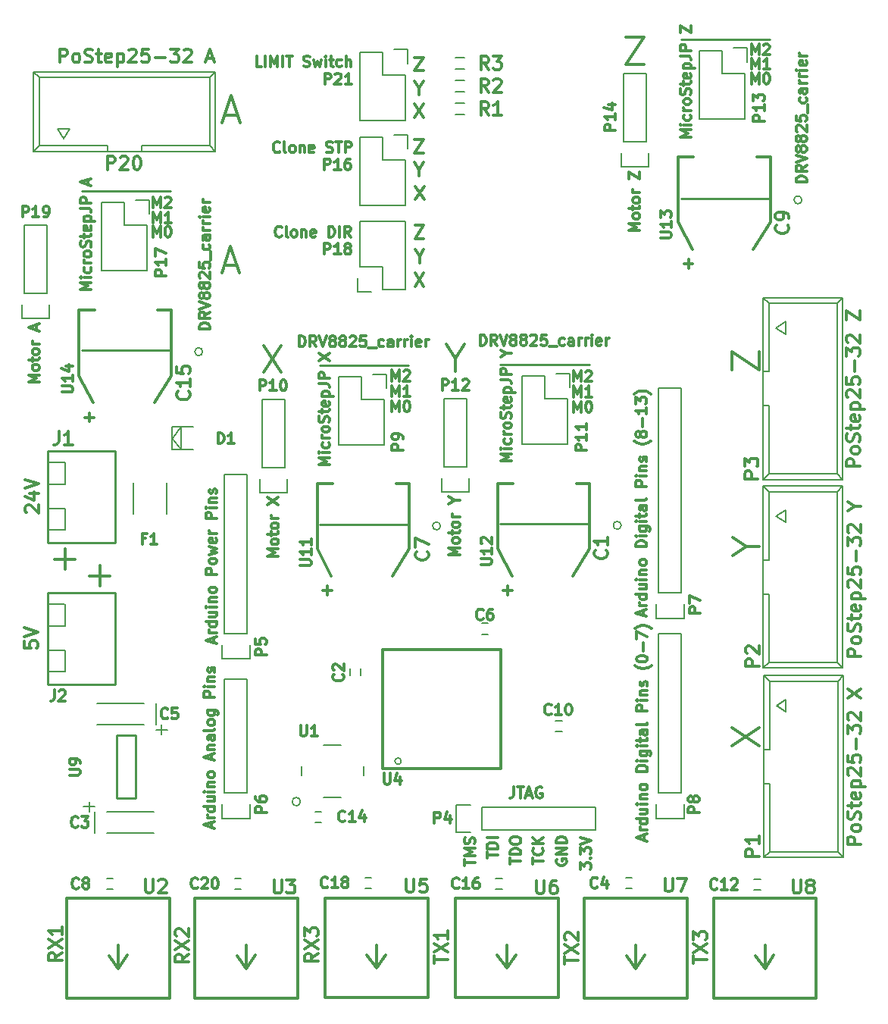
<source format=gto>
G04 #@! TF.FileFunction,Legend,Top*
%FSLAX46Y46*%
G04 Gerber Fmt 4.6, Leading zero omitted, Abs format (unit mm)*
G04 Created by KiCad (PCBNEW 4.0.0-rc1-stable) date 23.12.2015 15:42:51*
%MOMM*%
G01*
G04 APERTURE LIST*
%ADD10C,0.150000*%
%ADD11C,0.300000*%
%ADD12C,0.250000*%
%ADD13C,0.304800*%
G04 APERTURE END LIST*
D10*
D11*
X75759571Y4569058D02*
X75759571Y5426201D01*
X77259571Y4997630D02*
X75759571Y4997630D01*
X75759571Y5783344D02*
X77259571Y6783344D01*
X75759571Y6783344D02*
X77259571Y5783344D01*
X75759571Y7211915D02*
X75759571Y8140486D01*
X76331000Y7640486D01*
X76331000Y7854772D01*
X76402429Y7997629D01*
X76473857Y8069058D01*
X76616714Y8140486D01*
X76973857Y8140486D01*
X77116714Y8069058D01*
X77188143Y7997629D01*
X77259571Y7854772D01*
X77259571Y7426200D01*
X77188143Y7283343D01*
X77116714Y7211915D01*
X61357771Y4467458D02*
X61357771Y5324601D01*
X62857771Y4896030D02*
X61357771Y4896030D01*
X61357771Y5681744D02*
X62857771Y6681744D01*
X61357771Y6681744D02*
X62857771Y5681744D01*
X61500629Y7181743D02*
X61429200Y7253172D01*
X61357771Y7396029D01*
X61357771Y7753172D01*
X61429200Y7896029D01*
X61500629Y7967458D01*
X61643486Y8038886D01*
X61786343Y8038886D01*
X62000629Y7967458D01*
X62857771Y7110315D01*
X62857771Y8038886D01*
X46803571Y4619858D02*
X46803571Y5477001D01*
X48303571Y5048430D02*
X46803571Y5048430D01*
X46803571Y5834144D02*
X48303571Y6834144D01*
X46803571Y6834144D02*
X48303571Y5834144D01*
X48303571Y8191286D02*
X48303571Y7334143D01*
X48303571Y7762715D02*
X46803571Y7762715D01*
X47017857Y7619858D01*
X47160714Y7477000D01*
X47232143Y7334143D01*
X33825571Y5690515D02*
X33111286Y5190515D01*
X33825571Y4833372D02*
X32325571Y4833372D01*
X32325571Y5404800D01*
X32397000Y5547658D01*
X32468429Y5619086D01*
X32611286Y5690515D01*
X32825571Y5690515D01*
X32968429Y5619086D01*
X33039857Y5547658D01*
X33111286Y5404800D01*
X33111286Y4833372D01*
X32325571Y6190515D02*
X33825571Y7190515D01*
X32325571Y7190515D02*
X33825571Y6190515D01*
X32325571Y7619086D02*
X32325571Y8547657D01*
X32897000Y8047657D01*
X32897000Y8261943D01*
X32968429Y8404800D01*
X33039857Y8476229D01*
X33182714Y8547657D01*
X33539857Y8547657D01*
X33682714Y8476229D01*
X33754143Y8404800D01*
X33825571Y8261943D01*
X33825571Y7833371D01*
X33754143Y7690514D01*
X33682714Y7619086D01*
X19372971Y5614315D02*
X18658686Y5114315D01*
X19372971Y4757172D02*
X17872971Y4757172D01*
X17872971Y5328600D01*
X17944400Y5471458D01*
X18015829Y5542886D01*
X18158686Y5614315D01*
X18372971Y5614315D01*
X18515829Y5542886D01*
X18587257Y5471458D01*
X18658686Y5328600D01*
X18658686Y4757172D01*
X17872971Y6114315D02*
X19372971Y7114315D01*
X17872971Y7114315D02*
X19372971Y6114315D01*
X18015829Y7614314D02*
X17944400Y7685743D01*
X17872971Y7828600D01*
X17872971Y8185743D01*
X17944400Y8328600D01*
X18015829Y8400029D01*
X18158686Y8471457D01*
X18301543Y8471457D01*
X18515829Y8400029D01*
X19372971Y7542886D01*
X19372971Y8471457D01*
X5174371Y5792115D02*
X4460086Y5292115D01*
X5174371Y4934972D02*
X3674371Y4934972D01*
X3674371Y5506400D01*
X3745800Y5649258D01*
X3817229Y5720686D01*
X3960086Y5792115D01*
X4174371Y5792115D01*
X4317229Y5720686D01*
X4388657Y5649258D01*
X4460086Y5506400D01*
X4460086Y4934972D01*
X3674371Y6292115D02*
X5174371Y7292115D01*
X3674371Y7292115D02*
X5174371Y6292115D01*
X5174371Y8649257D02*
X5174371Y7792114D01*
X5174371Y8220686D02*
X3674371Y8220686D01*
X3888657Y8077829D01*
X4031514Y7934971D01*
X4102943Y7792114D01*
X23390315Y99372800D02*
X24818886Y99372800D01*
X23104600Y98515657D02*
X24104600Y101515657D01*
X25104600Y98515657D01*
X80094343Y70907400D02*
X80094343Y72907400D01*
X83094343Y70907400D01*
X83094343Y72907400D01*
X81691171Y51181000D02*
X83119743Y51181000D01*
X80119743Y50181000D02*
X81691171Y51181000D01*
X80119743Y52181000D01*
X80094343Y28921200D02*
X83094343Y30921200D01*
X80094343Y30921200D02*
X83094343Y28921200D01*
X63122257Y15068772D02*
X63122257Y15811629D01*
X63579400Y15411629D01*
X63579400Y15583057D01*
X63636543Y15697343D01*
X63693686Y15754486D01*
X63807971Y15811629D01*
X64093686Y15811629D01*
X64207971Y15754486D01*
X64265114Y15697343D01*
X64322257Y15583057D01*
X64322257Y15240200D01*
X64265114Y15125914D01*
X64207971Y15068772D01*
X64207971Y16325914D02*
X64265114Y16383057D01*
X64322257Y16325914D01*
X64265114Y16268771D01*
X64207971Y16325914D01*
X64322257Y16325914D01*
X63122257Y16783058D02*
X63122257Y17525915D01*
X63579400Y17125915D01*
X63579400Y17297343D01*
X63636543Y17411629D01*
X63693686Y17468772D01*
X63807971Y17525915D01*
X64093686Y17525915D01*
X64207971Y17468772D01*
X64265114Y17411629D01*
X64322257Y17297343D01*
X64322257Y16954486D01*
X64265114Y16840200D01*
X64207971Y16783058D01*
X63122257Y17868772D02*
X64322257Y18268772D01*
X63122257Y18668772D01*
X60461600Y16230715D02*
X60404457Y16116429D01*
X60404457Y15945000D01*
X60461600Y15773572D01*
X60575886Y15659286D01*
X60690171Y15602143D01*
X60918743Y15545000D01*
X61090171Y15545000D01*
X61318743Y15602143D01*
X61433029Y15659286D01*
X61547314Y15773572D01*
X61604457Y15945000D01*
X61604457Y16059286D01*
X61547314Y16230715D01*
X61490171Y16287858D01*
X61090171Y16287858D01*
X61090171Y16059286D01*
X61604457Y16802143D02*
X60404457Y16802143D01*
X61604457Y17487858D01*
X60404457Y17487858D01*
X61604457Y18059286D02*
X60404457Y18059286D01*
X60404457Y18345001D01*
X60461600Y18516429D01*
X60575886Y18630715D01*
X60690171Y18687858D01*
X60918743Y18745001D01*
X61090171Y18745001D01*
X61318743Y18687858D01*
X61433029Y18630715D01*
X61547314Y18516429D01*
X61604457Y18345001D01*
X61604457Y18059286D01*
X57788257Y15678343D02*
X57788257Y16364057D01*
X58988257Y16021200D02*
X57788257Y16021200D01*
X58873971Y17449772D02*
X58931114Y17392629D01*
X58988257Y17221200D01*
X58988257Y17106914D01*
X58931114Y16935486D01*
X58816829Y16821200D01*
X58702543Y16764057D01*
X58473971Y16706914D01*
X58302543Y16706914D01*
X58073971Y16764057D01*
X57959686Y16821200D01*
X57845400Y16935486D01*
X57788257Y17106914D01*
X57788257Y17221200D01*
X57845400Y17392629D01*
X57902543Y17449772D01*
X58988257Y17964057D02*
X57788257Y17964057D01*
X58988257Y18649772D02*
X58302543Y18135486D01*
X57788257Y18649772D02*
X58473971Y17964057D01*
X55273657Y15675172D02*
X55273657Y16360886D01*
X56473657Y16018029D02*
X55273657Y16018029D01*
X56473657Y16760886D02*
X55273657Y16760886D01*
X55273657Y17046601D01*
X55330800Y17218029D01*
X55445086Y17332315D01*
X55559371Y17389458D01*
X55787943Y17446601D01*
X55959371Y17446601D01*
X56187943Y17389458D01*
X56302229Y17332315D01*
X56416514Y17218029D01*
X56473657Y17046601D01*
X56473657Y16760886D01*
X55273657Y18189458D02*
X55273657Y18418029D01*
X55330800Y18532315D01*
X55445086Y18646601D01*
X55673657Y18703743D01*
X56073657Y18703743D01*
X56302229Y18646601D01*
X56416514Y18532315D01*
X56473657Y18418029D01*
X56473657Y18189458D01*
X56416514Y18075172D01*
X56302229Y17960886D01*
X56073657Y17903743D01*
X55673657Y17903743D01*
X55445086Y17960886D01*
X55330800Y18075172D01*
X55273657Y18189458D01*
X52682857Y16322829D02*
X52682857Y17008543D01*
X53882857Y16665686D02*
X52682857Y16665686D01*
X53882857Y17408543D02*
X52682857Y17408543D01*
X52682857Y17694258D01*
X52740000Y17865686D01*
X52854286Y17979972D01*
X52968571Y18037115D01*
X53197143Y18094258D01*
X53368571Y18094258D01*
X53597143Y18037115D01*
X53711429Y17979972D01*
X53825714Y17865686D01*
X53882857Y17694258D01*
X53882857Y17408543D01*
X53882857Y18608543D02*
X52682857Y18608543D01*
X50168257Y15545000D02*
X50168257Y16230714D01*
X51368257Y15887857D02*
X50168257Y15887857D01*
X51368257Y16630714D02*
X50168257Y16630714D01*
X51025400Y17030714D01*
X50168257Y17430714D01*
X51368257Y17430714D01*
X51311114Y17945000D02*
X51368257Y18116429D01*
X51368257Y18402143D01*
X51311114Y18516429D01*
X51253971Y18573572D01*
X51139686Y18630715D01*
X51025400Y18630715D01*
X50911114Y18573572D01*
X50853971Y18516429D01*
X50796829Y18402143D01*
X50739686Y18173572D01*
X50682543Y18059286D01*
X50625400Y18002143D01*
X50511114Y17945000D01*
X50396829Y17945000D01*
X50282543Y18002143D01*
X50225400Y18059286D01*
X50168257Y18173572D01*
X50168257Y18459286D01*
X50225400Y18630715D01*
X68215000Y108018057D02*
X70215000Y108018057D01*
X68215000Y105018057D01*
X70215000Y105018057D01*
X49149000Y72182029D02*
X49149000Y70753457D01*
X48149000Y73753457D02*
X49149000Y72182029D01*
X50149000Y73753457D01*
X27702000Y73601057D02*
X29702000Y70601057D01*
X29702000Y73601057D02*
X27702000Y70601057D01*
X23326815Y82545300D02*
X24755386Y82545300D01*
X23041100Y81688157D02*
X24041100Y84688157D01*
X25041100Y81688157D01*
X42081571Y66221043D02*
X42081571Y67421043D01*
X42481571Y66563900D01*
X42881571Y67421043D01*
X42881571Y66221043D01*
X43681572Y67421043D02*
X43795857Y67421043D01*
X43910143Y67363900D01*
X43967286Y67306757D01*
X44024429Y67192471D01*
X44081572Y66963900D01*
X44081572Y66678186D01*
X44024429Y66449614D01*
X43967286Y66335329D01*
X43910143Y66278186D01*
X43795857Y66221043D01*
X43681572Y66221043D01*
X43567286Y66278186D01*
X43510143Y66335329D01*
X43453000Y66449614D01*
X43395857Y66678186D01*
X43395857Y66963900D01*
X43453000Y67192471D01*
X43510143Y67306757D01*
X43567286Y67363900D01*
X43681572Y67421043D01*
X42081571Y67935543D02*
X42081571Y69135543D01*
X42481571Y68278400D01*
X42881571Y69135543D01*
X42881571Y67935543D01*
X44081572Y67935543D02*
X43395857Y67935543D01*
X43738715Y67935543D02*
X43738715Y69135543D01*
X43624429Y68964114D01*
X43510143Y68849829D01*
X43395857Y68792686D01*
X42081571Y69650043D02*
X42081571Y70850043D01*
X42481571Y69992900D01*
X42881571Y70850043D01*
X42881571Y69650043D01*
X43395857Y70735757D02*
X43453000Y70792900D01*
X43567286Y70850043D01*
X43853000Y70850043D01*
X43967286Y70792900D01*
X44024429Y70735757D01*
X44081572Y70621471D01*
X44081572Y70507186D01*
X44024429Y70335757D01*
X43338715Y69650043D01*
X44081572Y69650043D01*
X62401571Y66157543D02*
X62401571Y67357543D01*
X62801571Y66500400D01*
X63201571Y67357543D01*
X63201571Y66157543D01*
X64001572Y67357543D02*
X64115857Y67357543D01*
X64230143Y67300400D01*
X64287286Y67243257D01*
X64344429Y67128971D01*
X64401572Y66900400D01*
X64401572Y66614686D01*
X64344429Y66386114D01*
X64287286Y66271829D01*
X64230143Y66214686D01*
X64115857Y66157543D01*
X64001572Y66157543D01*
X63887286Y66214686D01*
X63830143Y66271829D01*
X63773000Y66386114D01*
X63715857Y66614686D01*
X63715857Y66900400D01*
X63773000Y67128971D01*
X63830143Y67243257D01*
X63887286Y67300400D01*
X64001572Y67357543D01*
X62401571Y67872043D02*
X62401571Y69072043D01*
X62801571Y68214900D01*
X63201571Y69072043D01*
X63201571Y67872043D01*
X64401572Y67872043D02*
X63715857Y67872043D01*
X64058715Y67872043D02*
X64058715Y69072043D01*
X63944429Y68900614D01*
X63830143Y68786329D01*
X63715857Y68729186D01*
X62401571Y69586543D02*
X62401571Y70786543D01*
X62801571Y69929400D01*
X63201571Y70786543D01*
X63201571Y69586543D01*
X63715857Y70672257D02*
X63773000Y70729400D01*
X63887286Y70786543D01*
X64173000Y70786543D01*
X64287286Y70729400D01*
X64344429Y70672257D01*
X64401572Y70557971D01*
X64401572Y70443686D01*
X64344429Y70272257D01*
X63658715Y69586543D01*
X64401572Y69586543D01*
X82277071Y102835143D02*
X82277071Y104035143D01*
X82677071Y103178000D01*
X83077071Y104035143D01*
X83077071Y102835143D01*
X83877072Y104035143D02*
X83991357Y104035143D01*
X84105643Y103978000D01*
X84162786Y103920857D01*
X84219929Y103806571D01*
X84277072Y103578000D01*
X84277072Y103292286D01*
X84219929Y103063714D01*
X84162786Y102949429D01*
X84105643Y102892286D01*
X83991357Y102835143D01*
X83877072Y102835143D01*
X83762786Y102892286D01*
X83705643Y102949429D01*
X83648500Y103063714D01*
X83591357Y103292286D01*
X83591357Y103578000D01*
X83648500Y103806571D01*
X83705643Y103920857D01*
X83762786Y103978000D01*
X83877072Y104035143D01*
X82277071Y104486143D02*
X82277071Y105686143D01*
X82677071Y104829000D01*
X83077071Y105686143D01*
X83077071Y104486143D01*
X84277072Y104486143D02*
X83591357Y104486143D01*
X83934215Y104486143D02*
X83934215Y105686143D01*
X83819929Y105514714D01*
X83705643Y105400429D01*
X83591357Y105343286D01*
X82277071Y106073643D02*
X82277071Y107273643D01*
X82677071Y106416500D01*
X83077071Y107273643D01*
X83077071Y106073643D01*
X83591357Y107159357D02*
X83648500Y107216500D01*
X83762786Y107273643D01*
X84048500Y107273643D01*
X84162786Y107216500D01*
X84219929Y107159357D01*
X84277072Y107045071D01*
X84277072Y106930786D01*
X84219929Y106759357D01*
X83534215Y106073643D01*
X84277072Y106073643D01*
X15386171Y88979443D02*
X15386171Y90179443D01*
X15786171Y89322300D01*
X16186171Y90179443D01*
X16186171Y88979443D01*
X16700457Y90065157D02*
X16757600Y90122300D01*
X16871886Y90179443D01*
X17157600Y90179443D01*
X17271886Y90122300D01*
X17329029Y90065157D01*
X17386172Y89950871D01*
X17386172Y89836586D01*
X17329029Y89665157D01*
X16643315Y88979443D01*
X17386172Y88979443D01*
X15386171Y87328443D02*
X15386171Y88528443D01*
X15786171Y87671300D01*
X16186171Y88528443D01*
X16186171Y87328443D01*
X17386172Y87328443D02*
X16700457Y87328443D01*
X17043315Y87328443D02*
X17043315Y88528443D01*
X16929029Y88357014D01*
X16814743Y88242729D01*
X16700457Y88185586D01*
X15386171Y85740943D02*
X15386171Y86940943D01*
X15786171Y86083800D01*
X16186171Y86940943D01*
X16186171Y85740943D01*
X16986172Y86940943D02*
X17100457Y86940943D01*
X17214743Y86883800D01*
X17271886Y86826657D01*
X17329029Y86712371D01*
X17386172Y86483800D01*
X17386172Y86198086D01*
X17329029Y85969514D01*
X17271886Y85855229D01*
X17214743Y85798086D01*
X17100457Y85740943D01*
X16986172Y85740943D01*
X16871886Y85798086D01*
X16814743Y85855229D01*
X16757600Y85969514D01*
X16700457Y86198086D01*
X16700457Y86483800D01*
X16757600Y86712371D01*
X16814743Y86826657D01*
X16871886Y86883800D01*
X16986172Y86940943D01*
X1251829Y54932486D02*
X1180400Y55003915D01*
X1108971Y55146772D01*
X1108971Y55503915D01*
X1180400Y55646772D01*
X1251829Y55718201D01*
X1394686Y55789629D01*
X1537543Y55789629D01*
X1751829Y55718201D01*
X2608971Y54861058D01*
X2608971Y55789629D01*
X1608971Y57075343D02*
X2608971Y57075343D01*
X1037543Y56718200D02*
X2108971Y56361057D01*
X2108971Y57289629D01*
X1108971Y57646771D02*
X2608971Y58146771D01*
X1108971Y58646771D01*
X1007371Y40557487D02*
X1007371Y39843201D01*
X1721657Y39771772D01*
X1650229Y39843201D01*
X1578800Y39986058D01*
X1578800Y40343201D01*
X1650229Y40486058D01*
X1721657Y40557487D01*
X1864514Y40628915D01*
X2221657Y40628915D01*
X2364514Y40557487D01*
X2435943Y40486058D01*
X2507371Y40343201D01*
X2507371Y39986058D01*
X2435943Y39843201D01*
X2364514Y39771772D01*
X1007371Y41057486D02*
X2507371Y41557486D01*
X1007371Y42057486D01*
X44610401Y100592629D02*
X45610401Y99092629D01*
X45610401Y100592629D02*
X44610401Y99092629D01*
X45110400Y102346914D02*
X45110400Y101632629D01*
X44610400Y103132629D02*
X45110400Y102346914D01*
X45610400Y103132629D01*
X44559601Y96604829D02*
X45559601Y96604829D01*
X44559601Y95104829D01*
X45559601Y95104829D01*
X44610401Y105799629D02*
X45610401Y105799629D01*
X44610401Y104299629D01*
X45610401Y104299629D01*
X45059600Y93279114D02*
X45059600Y92564829D01*
X44559600Y94064829D02*
X45059600Y93279114D01*
X45559600Y94064829D01*
X44686601Y91397829D02*
X45686601Y89897829D01*
X45686601Y91397829D02*
X44686601Y89897829D01*
X44635801Y87029029D02*
X45635801Y87029029D01*
X44635801Y85529029D01*
X45635801Y85529029D01*
X45135800Y83576314D02*
X45135800Y82862029D01*
X44635800Y84362029D02*
X45135800Y83576314D01*
X45635800Y84362029D01*
X44635801Y81695029D02*
X45635801Y80195029D01*
X45635801Y81695029D02*
X44635801Y80195029D01*
D10*
X5577400Y55424400D02*
X3787400Y55424400D01*
X5577400Y55394400D02*
X5577400Y53024400D01*
X5577400Y53024400D02*
X3817400Y53024400D01*
X5577400Y60594400D02*
X5577400Y58074400D01*
X5577400Y58074400D02*
X3787400Y58074400D01*
X5517400Y60594400D02*
X3787400Y60594400D01*
D12*
X3637400Y61824400D02*
X3637400Y51584400D01*
X11137400Y51584400D02*
X3637400Y51584400D01*
X11137400Y61824400D02*
X11137400Y51584400D01*
X11137400Y61824400D02*
X3637400Y61824400D01*
D11*
X83743800Y3992400D02*
X82693800Y5442400D01*
X83743800Y6592400D02*
X83743800Y3992400D01*
X83743800Y3992400D02*
X84743800Y5492400D01*
X89493800Y692400D02*
X77993800Y692400D01*
X89493800Y11842400D02*
X89493800Y692400D01*
X77993800Y11842400D02*
X77993800Y692400D01*
X89493800Y11842400D02*
X77993800Y11842400D01*
X69342000Y4017800D02*
X68292000Y5467800D01*
X69342000Y6617800D02*
X69342000Y4017800D01*
X69342000Y4017800D02*
X70342000Y5517800D01*
X75092000Y717800D02*
X63592000Y717800D01*
X75092000Y11867800D02*
X75092000Y717800D01*
X63592000Y11867800D02*
X63592000Y717800D01*
X75092000Y11867800D02*
X63592000Y11867800D01*
X54889400Y4043200D02*
X53839400Y5493200D01*
X54889400Y6643200D02*
X54889400Y4043200D01*
X54889400Y4043200D02*
X55889400Y5543200D01*
X60639400Y743200D02*
X49139400Y743200D01*
X60639400Y11893200D02*
X60639400Y743200D01*
X49139400Y11893200D02*
X49139400Y743200D01*
X60639400Y11893200D02*
X49139400Y11893200D01*
X40335200Y4043200D02*
X39285200Y5493200D01*
X40335200Y6643200D02*
X40335200Y4043200D01*
X40335200Y4043200D02*
X41335200Y5543200D01*
X46085200Y743200D02*
X34585200Y743200D01*
X46085200Y11893200D02*
X46085200Y743200D01*
X34585200Y11893200D02*
X34585200Y743200D01*
X46085200Y11893200D02*
X34585200Y11893200D01*
X25781000Y3992400D02*
X24731000Y5442400D01*
X25781000Y6592400D02*
X25781000Y3992400D01*
X25781000Y3992400D02*
X26781000Y5492400D01*
X31531000Y692400D02*
X20031000Y692400D01*
X31531000Y11842400D02*
X31531000Y692400D01*
X20031000Y11842400D02*
X20031000Y692400D01*
X31531000Y11842400D02*
X20031000Y11842400D01*
X11480800Y3992400D02*
X10430800Y5442400D01*
X11480800Y6592400D02*
X11480800Y3992400D01*
X11480800Y3992400D02*
X12480800Y5492400D01*
X17230800Y692400D02*
X5730800Y692400D01*
X17230800Y11842400D02*
X17230800Y692400D01*
X5730800Y11842400D02*
X5730800Y692400D01*
X17230800Y11842400D02*
X5730800Y11842400D01*
D10*
X49157000Y105805600D02*
X50157000Y105805600D01*
X50157000Y104455600D02*
X49157000Y104455600D01*
X49157000Y103265600D02*
X50157000Y103265600D01*
X50157000Y101915600D02*
X49157000Y101915600D01*
X49157000Y100725600D02*
X50157000Y100725600D01*
X50157000Y99375600D02*
X49157000Y99375600D01*
X2641600Y103555800D02*
X2006600Y104190800D01*
X2641600Y95935800D02*
X2006600Y95300800D01*
X21691600Y95935800D02*
X22326600Y95300800D01*
X21691600Y103555800D02*
X22326600Y104190800D01*
X14071600Y95300800D02*
X14071600Y95935800D01*
X14071600Y95935800D02*
X21691600Y95935800D01*
X21691600Y95935800D02*
X21691600Y103555800D01*
X21691600Y103555800D02*
X2641600Y103555800D01*
X2641600Y103555800D02*
X2641600Y95935800D01*
X2641600Y95935800D02*
X10261600Y95935800D01*
X10261600Y95935800D02*
X10261600Y95300800D01*
X2006600Y95300800D02*
X22326600Y95300800D01*
X22326600Y104190800D02*
X2006600Y104190800D01*
X2006600Y104190800D02*
X2006600Y95300800D01*
X22326600Y104190800D02*
X22326600Y95300800D01*
X4668520Y97777300D02*
X5367020Y96707960D01*
X5367020Y96707960D02*
X6068060Y97777300D01*
X6068060Y97777300D02*
X4668520Y97777300D01*
X91821000Y78308200D02*
X92456000Y78943200D01*
X84201000Y78308200D02*
X83566000Y78943200D01*
X84201000Y59258200D02*
X83566000Y58623200D01*
X91821000Y59258200D02*
X92456000Y58623200D01*
X83566000Y66878200D02*
X84201000Y66878200D01*
X84201000Y66878200D02*
X84201000Y59258200D01*
X84201000Y59258200D02*
X91821000Y59258200D01*
X91821000Y59258200D02*
X91821000Y78308200D01*
X91821000Y78308200D02*
X84201000Y78308200D01*
X84201000Y78308200D02*
X84201000Y70688200D01*
X84201000Y70688200D02*
X83566000Y70688200D01*
X83566000Y78943200D02*
X83566000Y58623200D01*
X92456000Y58623200D02*
X92456000Y78943200D01*
X92456000Y78943200D02*
X83566000Y78943200D01*
X92456000Y58623200D02*
X83566000Y58623200D01*
X86042500Y76281280D02*
X84973160Y75582780D01*
X84973160Y75582780D02*
X86042500Y74881740D01*
X86042500Y74881740D02*
X86042500Y76281280D01*
X91821000Y57277000D02*
X92456000Y57912000D01*
X84201000Y57277000D02*
X83566000Y57912000D01*
X84201000Y38227000D02*
X83566000Y37592000D01*
X91821000Y38227000D02*
X92456000Y37592000D01*
X83566000Y45847000D02*
X84201000Y45847000D01*
X84201000Y45847000D02*
X84201000Y38227000D01*
X84201000Y38227000D02*
X91821000Y38227000D01*
X91821000Y38227000D02*
X91821000Y57277000D01*
X91821000Y57277000D02*
X84201000Y57277000D01*
X84201000Y57277000D02*
X84201000Y49657000D01*
X84201000Y49657000D02*
X83566000Y49657000D01*
X83566000Y57912000D02*
X83566000Y37592000D01*
X92456000Y37592000D02*
X92456000Y57912000D01*
X92456000Y57912000D02*
X83566000Y57912000D01*
X92456000Y37592000D02*
X83566000Y37592000D01*
X86042500Y55250080D02*
X84973160Y54551580D01*
X84973160Y54551580D02*
X86042500Y53850540D01*
X86042500Y53850540D02*
X86042500Y55250080D01*
X91871800Y36118800D02*
X92506800Y36753800D01*
X84251800Y36118800D02*
X83616800Y36753800D01*
X84251800Y17068800D02*
X83616800Y16433800D01*
X91871800Y17068800D02*
X92506800Y16433800D01*
X83616800Y24688800D02*
X84251800Y24688800D01*
X84251800Y24688800D02*
X84251800Y17068800D01*
X84251800Y17068800D02*
X91871800Y17068800D01*
X91871800Y17068800D02*
X91871800Y36118800D01*
X91871800Y36118800D02*
X84251800Y36118800D01*
X84251800Y36118800D02*
X84251800Y28498800D01*
X84251800Y28498800D02*
X83616800Y28498800D01*
X83616800Y36753800D02*
X83616800Y16433800D01*
X92506800Y16433800D02*
X92506800Y36753800D01*
X92506800Y36753800D02*
X83616800Y36753800D01*
X92506800Y16433800D02*
X83616800Y16433800D01*
X86093300Y34091880D02*
X85023960Y33393380D01*
X85023960Y33393380D02*
X86093300Y32692340D01*
X86093300Y32692340D02*
X86093300Y34091880D01*
D12*
X11337000Y23043000D02*
X13437000Y23043000D01*
X11337000Y23043000D02*
X11337000Y30043000D01*
X11337000Y30043000D02*
X13437000Y30043000D01*
X13437000Y30043000D02*
X13437000Y23043000D01*
D10*
X14348460Y33647380D02*
X9146540Y33647380D01*
X9146540Y31249620D02*
X14348460Y31249620D01*
X16347440Y30149800D02*
X16347440Y31249620D01*
X16946880Y30650180D02*
X15748000Y30650180D01*
X15742920Y31249620D02*
X15742920Y33647380D01*
X10226040Y19121120D02*
X15427960Y19121120D01*
X15427960Y21518880D02*
X10226040Y21518880D01*
X8227060Y22618700D02*
X8227060Y21518880D01*
X7627620Y22118320D02*
X8826500Y22118320D01*
X8831580Y21518880D02*
X8831580Y19121120D01*
X10191000Y14062000D02*
X10891000Y14062000D01*
X10891000Y12862000D02*
X10191000Y12862000D01*
X74408000Y23622000D02*
X74408000Y41402000D01*
X74408000Y41402000D02*
X71868000Y41402000D01*
X71868000Y41402000D02*
X71868000Y23622000D01*
X74688000Y20802000D02*
X74688000Y22352000D01*
X74408000Y23622000D02*
X71868000Y23622000D01*
X71588000Y22352000D02*
X71588000Y20802000D01*
X71588000Y20802000D02*
X74688000Y20802000D01*
X31843977Y22656500D02*
G75*
G03X31843977Y22656500I-460977J0D01*
G01*
X31933000Y26566500D02*
X31933000Y25566500D01*
X34393000Y28996500D02*
X36393000Y28996500D01*
X38883000Y25566500D02*
X38883000Y26566500D01*
X34393000Y23146500D02*
X36393000Y23146500D01*
X74408000Y45966000D02*
X74408000Y68826000D01*
X74408000Y68826000D02*
X71868000Y68826000D01*
X71868000Y68826000D02*
X71868000Y45966000D01*
X74688000Y43146000D02*
X74688000Y44696000D01*
X74408000Y45966000D02*
X71868000Y45966000D01*
X71588000Y44696000D02*
X71588000Y43146000D01*
X71588000Y43146000D02*
X74688000Y43146000D01*
X25908000Y23622000D02*
X25908000Y36322000D01*
X25908000Y36322000D02*
X23368000Y36322000D01*
X23368000Y36322000D02*
X23368000Y23622000D01*
X26188000Y20802000D02*
X26188000Y22352000D01*
X25908000Y23622000D02*
X23368000Y23622000D01*
X23088000Y22352000D02*
X23088000Y20802000D01*
X23088000Y20802000D02*
X26188000Y20802000D01*
X25908000Y41422000D02*
X25908000Y59202000D01*
X25908000Y59202000D02*
X23368000Y59202000D01*
X23368000Y59202000D02*
X23368000Y41422000D01*
X26188000Y38602000D02*
X26188000Y40152000D01*
X25908000Y41422000D02*
X23368000Y41422000D01*
X23088000Y40152000D02*
X23088000Y38602000D01*
X23088000Y38602000D02*
X26188000Y38602000D01*
X52095400Y19481800D02*
X64795400Y19481800D01*
X64795400Y19481800D02*
X64795400Y22021800D01*
X64795400Y22021800D02*
X52095400Y22021800D01*
X49275400Y19201800D02*
X50825400Y19201800D01*
X52095400Y19481800D02*
X52095400Y22021800D01*
X50825400Y22301800D02*
X49275400Y22301800D01*
X49275400Y22301800D02*
X49275400Y19201800D01*
X5552000Y39587500D02*
X3762000Y39587500D01*
X5552000Y39557500D02*
X5552000Y37187500D01*
X5552000Y37187500D02*
X3792000Y37187500D01*
X5552000Y44757500D02*
X5552000Y42237500D01*
X5552000Y42237500D02*
X3762000Y42237500D01*
X5492000Y44757500D02*
X3762000Y44757500D01*
D12*
X3612000Y45987500D02*
X3612000Y35747500D01*
X11112000Y35747500D02*
X3612000Y35747500D01*
X11112000Y45987500D02*
X11112000Y35747500D01*
X11112000Y45987500D02*
X3612000Y45987500D01*
D10*
X13131800Y58267600D02*
X13131800Y54813200D01*
X16891000Y58267600D02*
X16891000Y54813200D01*
X17543780Y63271400D02*
X18493740Y64521080D01*
X18493740Y64521080D02*
X18493740Y62021720D01*
X18493740Y62021720D02*
X17495520Y63271400D01*
X17495520Y64521080D02*
X17495520Y62021720D01*
X19794220Y64521080D02*
X19893280Y64521080D01*
X19794220Y62021720D02*
X19893280Y62021720D01*
X17495520Y64521080D02*
X19845020Y64521080D01*
X17495520Y62021720D02*
X19743420Y62021720D01*
X24491200Y14087400D02*
X25191200Y14087400D01*
X25191200Y12887400D02*
X24491200Y12887400D01*
X39045400Y14163600D02*
X39745400Y14163600D01*
X39745400Y12963600D02*
X39045400Y12963600D01*
X53675800Y14112800D02*
X54375800Y14112800D01*
X54375800Y12912800D02*
X53675800Y12912800D01*
X33495500Y21555000D02*
X34195500Y21555000D01*
X34195500Y20355000D02*
X33495500Y20355000D01*
X82555600Y13985800D02*
X83255600Y13985800D01*
X83255600Y12785800D02*
X82555600Y12785800D01*
X60356000Y31715000D02*
X61056000Y31715000D01*
X61056000Y30515000D02*
X60356000Y30515000D01*
X52101000Y42573500D02*
X52801000Y42573500D01*
X52801000Y41373500D02*
X52101000Y41373500D01*
X68179200Y14163600D02*
X68879200Y14163600D01*
X68879200Y12963600D02*
X68179200Y12963600D01*
X37373000Y36797500D02*
X37373000Y37497500D01*
X38573000Y37497500D02*
X38573000Y36797500D01*
X43561000Y89255600D02*
X43561000Y94335600D01*
X43841000Y97155600D02*
X43841000Y95605600D01*
X41021000Y96875600D02*
X41021000Y94335600D01*
X41021000Y94335600D02*
X43561000Y94335600D01*
X43561000Y89255600D02*
X38481000Y89255600D01*
X38481000Y89255600D02*
X38481000Y94335600D01*
X43841000Y97155600D02*
X42291000Y97155600D01*
X38481000Y96875600D02*
X41021000Y96875600D01*
X38481000Y94335600D02*
X38481000Y96875600D01*
X38481000Y87477600D02*
X38481000Y82397600D01*
X38201000Y79577600D02*
X38201000Y81127600D01*
X41021000Y79857600D02*
X41021000Y82397600D01*
X41021000Y82397600D02*
X38481000Y82397600D01*
X38481000Y87477600D02*
X43561000Y87477600D01*
X43561000Y87477600D02*
X43561000Y82397600D01*
X38201000Y79577600D02*
X39751000Y79577600D01*
X43561000Y79857600D02*
X41021000Y79857600D01*
X43561000Y82397600D02*
X43561000Y79857600D01*
X990600Y79425800D02*
X990600Y87045800D01*
X3530600Y79425800D02*
X3530600Y87045800D01*
X3810600Y76605800D02*
X3810600Y78155800D01*
X990600Y87045800D02*
X3530600Y87045800D01*
X3530600Y79425800D02*
X990600Y79425800D01*
X710600Y78155800D02*
X710600Y76605800D01*
X710600Y76605800D02*
X3810600Y76605800D01*
X14706600Y81965800D02*
X14706600Y87045800D01*
X14986600Y89865800D02*
X14986600Y88315800D01*
X12166600Y89585800D02*
X12166600Y87045800D01*
X12166600Y87045800D02*
X14706600Y87045800D01*
X14706600Y81965800D02*
X9626600Y81965800D01*
X9626600Y81965800D02*
X9626600Y87045800D01*
X14986600Y89865800D02*
X13436600Y89865800D01*
X9626600Y89585800D02*
X12166600Y89585800D01*
X9626600Y87045800D02*
X9626600Y89585800D01*
X81470500Y98933000D02*
X81470500Y104013000D01*
X81750500Y106833000D02*
X81750500Y105283000D01*
X78930500Y106553000D02*
X78930500Y104013000D01*
X78930500Y104013000D02*
X81470500Y104013000D01*
X81470500Y98933000D02*
X76390500Y98933000D01*
X76390500Y98933000D02*
X76390500Y104013000D01*
X81750500Y106833000D02*
X80200500Y106833000D01*
X76390500Y106553000D02*
X78930500Y106553000D01*
X76390500Y104013000D02*
X76390500Y106553000D01*
X67945000Y96393000D02*
X67945000Y104013000D01*
X70485000Y96393000D02*
X70485000Y104013000D01*
X70765000Y93573000D02*
X70765000Y95123000D01*
X67945000Y104013000D02*
X70485000Y104013000D01*
X70485000Y96393000D02*
X67945000Y96393000D01*
X67665000Y95123000D02*
X67665000Y93573000D01*
X67665000Y93573000D02*
X70765000Y93573000D01*
X27559000Y59969400D02*
X27559000Y67589400D01*
X30099000Y59969400D02*
X30099000Y67589400D01*
X30379000Y57149400D02*
X30379000Y58699400D01*
X27559000Y67589400D02*
X30099000Y67589400D01*
X30099000Y59969400D02*
X27559000Y59969400D01*
X27279000Y58699400D02*
X27279000Y57149400D01*
X27279000Y57149400D02*
X30379000Y57149400D01*
X41211500Y62509400D02*
X41211500Y67589400D01*
X41491500Y70409400D02*
X41491500Y68859400D01*
X38671500Y70129400D02*
X38671500Y67589400D01*
X38671500Y67589400D02*
X41211500Y67589400D01*
X41211500Y62509400D02*
X36131500Y62509400D01*
X36131500Y62509400D02*
X36131500Y67589400D01*
X41491500Y70409400D02*
X39941500Y70409400D01*
X36131500Y70129400D02*
X38671500Y70129400D01*
X36131500Y67589400D02*
X36131500Y70129400D01*
X47879000Y60032900D02*
X47879000Y67652900D01*
X50419000Y60032900D02*
X50419000Y67652900D01*
X50699000Y57212900D02*
X50699000Y58762900D01*
X47879000Y67652900D02*
X50419000Y67652900D01*
X50419000Y60032900D02*
X47879000Y60032900D01*
X47599000Y58762900D02*
X47599000Y57212900D01*
X47599000Y57212900D02*
X50699000Y57212900D01*
X61658500Y62572900D02*
X61658500Y67652900D01*
X61938500Y70472900D02*
X61938500Y68922900D01*
X59118500Y70192900D02*
X59118500Y67652900D01*
X59118500Y67652900D02*
X61658500Y67652900D01*
X61658500Y62572900D02*
X56578500Y62572900D01*
X56578500Y62572900D02*
X56578500Y67652900D01*
X61938500Y70472900D02*
X60388500Y70472900D01*
X56578500Y70192900D02*
X59118500Y70192900D01*
X56578500Y67652900D02*
X56578500Y70192900D01*
X43561000Y98780600D02*
X43561000Y103860600D01*
X43841000Y106680600D02*
X43841000Y105130600D01*
X41021000Y106400600D02*
X41021000Y103860600D01*
X41021000Y103860600D02*
X43561000Y103860600D01*
X43561000Y98780600D02*
X38481000Y98780600D01*
X38481000Y98780600D02*
X38481000Y103860600D01*
X43841000Y106680600D02*
X42291000Y106680600D01*
X38481000Y106400600D02*
X41021000Y106400600D01*
X38481000Y103860600D02*
X38481000Y106400600D01*
X43110590Y27177500D02*
G75*
G03X43110590Y27177500I-356090J0D01*
G01*
D13*
X40990520Y26352500D02*
X54259480Y26352500D01*
X54259480Y26352500D02*
X54259480Y39621460D01*
X54259480Y39621460D02*
X40990520Y39621460D01*
X40990520Y39621460D02*
X40990520Y26352500D01*
D10*
X20921054Y72915800D02*
G75*
G03X20921054Y72915800I-440454J0D01*
G01*
D12*
X17350600Y90855800D02*
X7400600Y90855800D01*
X17350600Y73075800D02*
X7400600Y73075800D01*
D10*
X67682454Y53522900D02*
G75*
G03X67682454Y53522900I-440454J0D01*
G01*
D12*
X64112000Y71462900D02*
X54162000Y71462900D01*
X64112000Y53682900D02*
X54162000Y53682900D01*
D10*
X47489454Y53459400D02*
G75*
G03X47489454Y53459400I-440454J0D01*
G01*
D12*
X43919000Y71399400D02*
X33969000Y71399400D01*
X43919000Y53619400D02*
X33969000Y53619400D01*
D10*
X87875454Y89883000D02*
G75*
G03X87875454Y89883000I-440454J0D01*
G01*
D12*
X84305000Y107823000D02*
X74355000Y107823000D01*
X84305000Y90043000D02*
X74355000Y90043000D01*
D11*
X17418200Y74361200D02*
X17418200Y70286200D01*
X7118200Y74361200D02*
X7118200Y70236200D01*
X15518200Y67236200D02*
X17418200Y70236200D01*
X8718200Y67236200D02*
X7118200Y70236200D01*
X7118200Y77161200D02*
X7118200Y77561200D01*
X7118200Y77561200D02*
X7318200Y77561200D01*
X8818200Y77561200D02*
X7293200Y77561200D01*
X7118200Y74361200D02*
X7118200Y77161200D01*
X17418200Y74361200D02*
X17418200Y77536200D01*
X17418200Y77536200D02*
X17218200Y77536200D01*
X15918200Y77536200D02*
X17293200Y77536200D01*
X7743200Y65586200D02*
X8743200Y65586200D01*
X8243200Y66086200D02*
X8243200Y65086200D01*
X84372600Y91506200D02*
X84372600Y87431200D01*
X74072600Y91506200D02*
X74072600Y87381200D01*
X82472600Y84381200D02*
X84372600Y87381200D01*
X75672600Y84381200D02*
X74072600Y87381200D01*
X74072600Y94306200D02*
X74072600Y94706200D01*
X74072600Y94706200D02*
X74272600Y94706200D01*
X75772600Y94706200D02*
X74247600Y94706200D01*
X74072600Y91506200D02*
X74072600Y94306200D01*
X84372600Y91506200D02*
X84372600Y94681200D01*
X84372600Y94681200D02*
X84172600Y94681200D01*
X82872600Y94681200D02*
X84247600Y94681200D01*
X74697600Y82731200D02*
X75697600Y82731200D01*
X75197600Y83231200D02*
X75197600Y82231200D01*
X44012000Y55006400D02*
X44012000Y50931400D01*
X33712000Y55006400D02*
X33712000Y50881400D01*
X42112000Y47881400D02*
X44012000Y50881400D01*
X35312000Y47881400D02*
X33712000Y50881400D01*
X33712000Y57806400D02*
X33712000Y58206400D01*
X33712000Y58206400D02*
X33912000Y58206400D01*
X35412000Y58206400D02*
X33887000Y58206400D01*
X33712000Y55006400D02*
X33712000Y57806400D01*
X44012000Y55006400D02*
X44012000Y58181400D01*
X44012000Y58181400D02*
X43812000Y58181400D01*
X42512000Y58181400D02*
X43887000Y58181400D01*
X34337000Y46231400D02*
X35337000Y46231400D01*
X34837000Y46731400D02*
X34837000Y45731400D01*
X64179600Y55006400D02*
X64179600Y50931400D01*
X53879600Y55006400D02*
X53879600Y50881400D01*
X62279600Y47881400D02*
X64179600Y50881400D01*
X55479600Y47881400D02*
X53879600Y50881400D01*
X53879600Y57806400D02*
X53879600Y58206400D01*
X53879600Y58206400D02*
X54079600Y58206400D01*
X55579600Y58206400D02*
X54054600Y58206400D01*
X53879600Y55006400D02*
X53879600Y57806400D01*
X64179600Y55006400D02*
X64179600Y58181400D01*
X64179600Y58181400D02*
X63979600Y58181400D01*
X62679600Y58181400D02*
X64054600Y58181400D01*
X54504600Y46231400D02*
X55504600Y46231400D01*
X55004600Y46731400D02*
X55004600Y45731400D01*
X4859400Y64016629D02*
X4859400Y62945200D01*
X4787972Y62730914D01*
X4645115Y62588057D01*
X4430829Y62516629D01*
X4287972Y62516629D01*
X6359400Y62516629D02*
X5502257Y62516629D01*
X5930829Y62516629D02*
X5930829Y64016629D01*
X5787972Y63802343D01*
X5645114Y63659486D01*
X5502257Y63588057D01*
X5548286Y48590343D02*
X5548286Y50876057D01*
X6691143Y49733200D02*
X4405429Y49733200D01*
X86893543Y13927829D02*
X86893543Y12713543D01*
X86964971Y12570686D01*
X87036400Y12499257D01*
X87179257Y12427829D01*
X87464971Y12427829D01*
X87607829Y12499257D01*
X87679257Y12570686D01*
X87750686Y12713543D01*
X87750686Y13927829D01*
X88679258Y13284971D02*
X88536400Y13356400D01*
X88464972Y13427829D01*
X88393543Y13570686D01*
X88393543Y13642114D01*
X88464972Y13784971D01*
X88536400Y13856400D01*
X88679258Y13927829D01*
X88964972Y13927829D01*
X89107829Y13856400D01*
X89179258Y13784971D01*
X89250686Y13642114D01*
X89250686Y13570686D01*
X89179258Y13427829D01*
X89107829Y13356400D01*
X88964972Y13284971D01*
X88679258Y13284971D01*
X88536400Y13213543D01*
X88464972Y13142114D01*
X88393543Y12999257D01*
X88393543Y12713543D01*
X88464972Y12570686D01*
X88536400Y12499257D01*
X88679258Y12427829D01*
X88964972Y12427829D01*
X89107829Y12499257D01*
X89179258Y12570686D01*
X89250686Y12713543D01*
X89250686Y12999257D01*
X89179258Y13142114D01*
X89107829Y13213543D01*
X88964972Y13284971D01*
X72567943Y14105629D02*
X72567943Y12891343D01*
X72639371Y12748486D01*
X72710800Y12677057D01*
X72853657Y12605629D01*
X73139371Y12605629D01*
X73282229Y12677057D01*
X73353657Y12748486D01*
X73425086Y12891343D01*
X73425086Y14105629D01*
X73996515Y14105629D02*
X74996515Y14105629D01*
X74353658Y12605629D01*
X58216943Y13851629D02*
X58216943Y12637343D01*
X58288371Y12494486D01*
X58359800Y12423057D01*
X58502657Y12351629D01*
X58788371Y12351629D01*
X58931229Y12423057D01*
X59002657Y12494486D01*
X59074086Y12637343D01*
X59074086Y13851629D01*
X60431229Y13851629D02*
X60145515Y13851629D01*
X60002658Y13780200D01*
X59931229Y13708771D01*
X59788372Y13494486D01*
X59716943Y13208771D01*
X59716943Y12637343D01*
X59788372Y12494486D01*
X59859800Y12423057D01*
X60002658Y12351629D01*
X60288372Y12351629D01*
X60431229Y12423057D01*
X60502658Y12494486D01*
X60574086Y12637343D01*
X60574086Y12994486D01*
X60502658Y13137343D01*
X60431229Y13208771D01*
X60288372Y13280200D01*
X60002658Y13280200D01*
X59859800Y13208771D01*
X59788372Y13137343D01*
X59716943Y12994486D01*
X43662743Y14029429D02*
X43662743Y12815143D01*
X43734171Y12672286D01*
X43805600Y12600857D01*
X43948457Y12529429D01*
X44234171Y12529429D01*
X44377029Y12600857D01*
X44448457Y12672286D01*
X44519886Y12815143D01*
X44519886Y14029429D01*
X45948458Y14029429D02*
X45234172Y14029429D01*
X45162743Y13315143D01*
X45234172Y13386571D01*
X45377029Y13458000D01*
X45734172Y13458000D01*
X45877029Y13386571D01*
X45948458Y13315143D01*
X46019886Y13172286D01*
X46019886Y12815143D01*
X45948458Y12672286D01*
X45877029Y12600857D01*
X45734172Y12529429D01*
X45377029Y12529429D01*
X45234172Y12600857D01*
X45162743Y12672286D01*
X28879943Y13927829D02*
X28879943Y12713543D01*
X28951371Y12570686D01*
X29022800Y12499257D01*
X29165657Y12427829D01*
X29451371Y12427829D01*
X29594229Y12499257D01*
X29665657Y12570686D01*
X29737086Y12713543D01*
X29737086Y13927829D01*
X30308515Y13927829D02*
X31237086Y13927829D01*
X30737086Y13356400D01*
X30951372Y13356400D01*
X31094229Y13284971D01*
X31165658Y13213543D01*
X31237086Y13070686D01*
X31237086Y12713543D01*
X31165658Y12570686D01*
X31094229Y12499257D01*
X30951372Y12427829D01*
X30522800Y12427829D01*
X30379943Y12499257D01*
X30308515Y12570686D01*
X14503543Y13953229D02*
X14503543Y12738943D01*
X14574971Y12596086D01*
X14646400Y12524657D01*
X14789257Y12453229D01*
X15074971Y12453229D01*
X15217829Y12524657D01*
X15289257Y12596086D01*
X15360686Y12738943D01*
X15360686Y13953229D01*
X16003543Y13810371D02*
X16074972Y13881800D01*
X16217829Y13953229D01*
X16574972Y13953229D01*
X16717829Y13881800D01*
X16789258Y13810371D01*
X16860686Y13667514D01*
X16860686Y13524657D01*
X16789258Y13310371D01*
X15932115Y12453229D01*
X16860686Y12453229D01*
X52886801Y104426629D02*
X52386801Y105140914D01*
X52029658Y104426629D02*
X52029658Y105926629D01*
X52601086Y105926629D01*
X52743944Y105855200D01*
X52815372Y105783771D01*
X52886801Y105640914D01*
X52886801Y105426629D01*
X52815372Y105283771D01*
X52743944Y105212343D01*
X52601086Y105140914D01*
X52029658Y105140914D01*
X53386801Y105926629D02*
X54315372Y105926629D01*
X53815372Y105355200D01*
X54029658Y105355200D01*
X54172515Y105283771D01*
X54243944Y105212343D01*
X54315372Y105069486D01*
X54315372Y104712343D01*
X54243944Y104569486D01*
X54172515Y104498057D01*
X54029658Y104426629D01*
X53601086Y104426629D01*
X53458229Y104498057D01*
X53386801Y104569486D01*
X52861401Y101912029D02*
X52361401Y102626314D01*
X52004258Y101912029D02*
X52004258Y103412029D01*
X52575686Y103412029D01*
X52718544Y103340600D01*
X52789972Y103269171D01*
X52861401Y103126314D01*
X52861401Y102912029D01*
X52789972Y102769171D01*
X52718544Y102697743D01*
X52575686Y102626314D01*
X52004258Y102626314D01*
X53432829Y103269171D02*
X53504258Y103340600D01*
X53647115Y103412029D01*
X54004258Y103412029D01*
X54147115Y103340600D01*
X54218544Y103269171D01*
X54289972Y103126314D01*
X54289972Y102983457D01*
X54218544Y102769171D01*
X53361401Y101912029D01*
X54289972Y101912029D01*
X52861401Y99346629D02*
X52361401Y100060914D01*
X52004258Y99346629D02*
X52004258Y100846629D01*
X52575686Y100846629D01*
X52718544Y100775200D01*
X52789972Y100703771D01*
X52861401Y100560914D01*
X52861401Y100346629D01*
X52789972Y100203771D01*
X52718544Y100132343D01*
X52575686Y100060914D01*
X52004258Y100060914D01*
X54289972Y99346629D02*
X53432829Y99346629D01*
X53861401Y99346629D02*
X53861401Y100846629D01*
X53718544Y100632343D01*
X53575686Y100489486D01*
X53432829Y100418057D01*
X10294372Y93276029D02*
X10294372Y94776029D01*
X10865800Y94776029D01*
X11008658Y94704600D01*
X11080086Y94633171D01*
X11151515Y94490314D01*
X11151515Y94276029D01*
X11080086Y94133171D01*
X11008658Y94061743D01*
X10865800Y93990314D01*
X10294372Y93990314D01*
X11722943Y94633171D02*
X11794372Y94704600D01*
X11937229Y94776029D01*
X12294372Y94776029D01*
X12437229Y94704600D01*
X12508658Y94633171D01*
X12580086Y94490314D01*
X12580086Y94347457D01*
X12508658Y94133171D01*
X11651515Y93276029D01*
X12580086Y93276029D01*
X13508657Y94776029D02*
X13651514Y94776029D01*
X13794371Y94704600D01*
X13865800Y94633171D01*
X13937229Y94490314D01*
X14008657Y94204600D01*
X14008657Y93847457D01*
X13937229Y93561743D01*
X13865800Y93418886D01*
X13794371Y93347457D01*
X13651514Y93276029D01*
X13508657Y93276029D01*
X13365800Y93347457D01*
X13294371Y93418886D01*
X13222943Y93561743D01*
X13151514Y93847457D01*
X13151514Y94204600D01*
X13222943Y94490314D01*
X13294371Y94633171D01*
X13365800Y94704600D01*
X13508657Y94776029D01*
X4964287Y105221429D02*
X4964287Y106721429D01*
X5535715Y106721429D01*
X5678573Y106650000D01*
X5750001Y106578571D01*
X5821430Y106435714D01*
X5821430Y106221429D01*
X5750001Y106078571D01*
X5678573Y106007143D01*
X5535715Y105935714D01*
X4964287Y105935714D01*
X6678573Y105221429D02*
X6535715Y105292857D01*
X6464287Y105364286D01*
X6392858Y105507143D01*
X6392858Y105935714D01*
X6464287Y106078571D01*
X6535715Y106150000D01*
X6678573Y106221429D01*
X6892858Y106221429D01*
X7035715Y106150000D01*
X7107144Y106078571D01*
X7178573Y105935714D01*
X7178573Y105507143D01*
X7107144Y105364286D01*
X7035715Y105292857D01*
X6892858Y105221429D01*
X6678573Y105221429D01*
X7750001Y105292857D02*
X7964287Y105221429D01*
X8321430Y105221429D01*
X8464287Y105292857D01*
X8535716Y105364286D01*
X8607144Y105507143D01*
X8607144Y105650000D01*
X8535716Y105792857D01*
X8464287Y105864286D01*
X8321430Y105935714D01*
X8035716Y106007143D01*
X7892858Y106078571D01*
X7821430Y106150000D01*
X7750001Y106292857D01*
X7750001Y106435714D01*
X7821430Y106578571D01*
X7892858Y106650000D01*
X8035716Y106721429D01*
X8392858Y106721429D01*
X8607144Y106650000D01*
X9035715Y106221429D02*
X9607144Y106221429D01*
X9250001Y106721429D02*
X9250001Y105435714D01*
X9321429Y105292857D01*
X9464287Y105221429D01*
X9607144Y105221429D01*
X10678572Y105292857D02*
X10535715Y105221429D01*
X10250001Y105221429D01*
X10107144Y105292857D01*
X10035715Y105435714D01*
X10035715Y106007143D01*
X10107144Y106150000D01*
X10250001Y106221429D01*
X10535715Y106221429D01*
X10678572Y106150000D01*
X10750001Y106007143D01*
X10750001Y105864286D01*
X10035715Y105721429D01*
X11392858Y106221429D02*
X11392858Y104721429D01*
X11392858Y106150000D02*
X11535715Y106221429D01*
X11821429Y106221429D01*
X11964286Y106150000D01*
X12035715Y106078571D01*
X12107144Y105935714D01*
X12107144Y105507143D01*
X12035715Y105364286D01*
X11964286Y105292857D01*
X11821429Y105221429D01*
X11535715Y105221429D01*
X11392858Y105292857D01*
X12678572Y106578571D02*
X12750001Y106650000D01*
X12892858Y106721429D01*
X13250001Y106721429D01*
X13392858Y106650000D01*
X13464287Y106578571D01*
X13535715Y106435714D01*
X13535715Y106292857D01*
X13464287Y106078571D01*
X12607144Y105221429D01*
X13535715Y105221429D01*
X14892858Y106721429D02*
X14178572Y106721429D01*
X14107143Y106007143D01*
X14178572Y106078571D01*
X14321429Y106150000D01*
X14678572Y106150000D01*
X14821429Y106078571D01*
X14892858Y106007143D01*
X14964286Y105864286D01*
X14964286Y105507143D01*
X14892858Y105364286D01*
X14821429Y105292857D01*
X14678572Y105221429D01*
X14321429Y105221429D01*
X14178572Y105292857D01*
X14107143Y105364286D01*
X15607143Y105792857D02*
X16750000Y105792857D01*
X17321429Y106721429D02*
X18250000Y106721429D01*
X17750000Y106150000D01*
X17964286Y106150000D01*
X18107143Y106078571D01*
X18178572Y106007143D01*
X18250000Y105864286D01*
X18250000Y105507143D01*
X18178572Y105364286D01*
X18107143Y105292857D01*
X17964286Y105221429D01*
X17535714Y105221429D01*
X17392857Y105292857D01*
X17321429Y105364286D01*
X18821428Y106578571D02*
X18892857Y106650000D01*
X19035714Y106721429D01*
X19392857Y106721429D01*
X19535714Y106650000D01*
X19607143Y106578571D01*
X19678571Y106435714D01*
X19678571Y106292857D01*
X19607143Y106078571D01*
X18750000Y105221429D01*
X19678571Y105221429D01*
X21392856Y105650000D02*
X22107142Y105650000D01*
X21249999Y105221429D02*
X21749999Y106721429D01*
X22249999Y105221429D01*
X82974571Y58735258D02*
X81474571Y58735258D01*
X81474571Y59306686D01*
X81546000Y59449544D01*
X81617429Y59520972D01*
X81760286Y59592401D01*
X81974571Y59592401D01*
X82117429Y59520972D01*
X82188857Y59449544D01*
X82260286Y59306686D01*
X82260286Y58735258D01*
X81474571Y60092401D02*
X81474571Y61020972D01*
X82046000Y60520972D01*
X82046000Y60735258D01*
X82117429Y60878115D01*
X82188857Y60949544D01*
X82331714Y61020972D01*
X82688857Y61020972D01*
X82831714Y60949544D01*
X82903143Y60878115D01*
X82974571Y60735258D01*
X82974571Y60306686D01*
X82903143Y60163829D01*
X82831714Y60092401D01*
X94378571Y60092859D02*
X92878571Y60092859D01*
X92878571Y60664287D01*
X92950000Y60807145D01*
X93021429Y60878573D01*
X93164286Y60950002D01*
X93378571Y60950002D01*
X93521429Y60878573D01*
X93592857Y60807145D01*
X93664286Y60664287D01*
X93664286Y60092859D01*
X94378571Y61807145D02*
X94307143Y61664287D01*
X94235714Y61592859D01*
X94092857Y61521430D01*
X93664286Y61521430D01*
X93521429Y61592859D01*
X93450000Y61664287D01*
X93378571Y61807145D01*
X93378571Y62021430D01*
X93450000Y62164287D01*
X93521429Y62235716D01*
X93664286Y62307145D01*
X94092857Y62307145D01*
X94235714Y62235716D01*
X94307143Y62164287D01*
X94378571Y62021430D01*
X94378571Y61807145D01*
X94307143Y62878573D02*
X94378571Y63092859D01*
X94378571Y63450002D01*
X94307143Y63592859D01*
X94235714Y63664288D01*
X94092857Y63735716D01*
X93950000Y63735716D01*
X93807143Y63664288D01*
X93735714Y63592859D01*
X93664286Y63450002D01*
X93592857Y63164288D01*
X93521429Y63021430D01*
X93450000Y62950002D01*
X93307143Y62878573D01*
X93164286Y62878573D01*
X93021429Y62950002D01*
X92950000Y63021430D01*
X92878571Y63164288D01*
X92878571Y63521430D01*
X92950000Y63735716D01*
X93378571Y64164287D02*
X93378571Y64735716D01*
X92878571Y64378573D02*
X94164286Y64378573D01*
X94307143Y64450001D01*
X94378571Y64592859D01*
X94378571Y64735716D01*
X94307143Y65807144D02*
X94378571Y65664287D01*
X94378571Y65378573D01*
X94307143Y65235716D01*
X94164286Y65164287D01*
X93592857Y65164287D01*
X93450000Y65235716D01*
X93378571Y65378573D01*
X93378571Y65664287D01*
X93450000Y65807144D01*
X93592857Y65878573D01*
X93735714Y65878573D01*
X93878571Y65164287D01*
X93378571Y66521430D02*
X94878571Y66521430D01*
X93450000Y66521430D02*
X93378571Y66664287D01*
X93378571Y66950001D01*
X93450000Y67092858D01*
X93521429Y67164287D01*
X93664286Y67235716D01*
X94092857Y67235716D01*
X94235714Y67164287D01*
X94307143Y67092858D01*
X94378571Y66950001D01*
X94378571Y66664287D01*
X94307143Y66521430D01*
X93021429Y67807144D02*
X92950000Y67878573D01*
X92878571Y68021430D01*
X92878571Y68378573D01*
X92950000Y68521430D01*
X93021429Y68592859D01*
X93164286Y68664287D01*
X93307143Y68664287D01*
X93521429Y68592859D01*
X94378571Y67735716D01*
X94378571Y68664287D01*
X92878571Y70021430D02*
X92878571Y69307144D01*
X93592857Y69235715D01*
X93521429Y69307144D01*
X93450000Y69450001D01*
X93450000Y69807144D01*
X93521429Y69950001D01*
X93592857Y70021430D01*
X93735714Y70092858D01*
X94092857Y70092858D01*
X94235714Y70021430D01*
X94307143Y69950001D01*
X94378571Y69807144D01*
X94378571Y69450001D01*
X94307143Y69307144D01*
X94235714Y69235715D01*
X93807143Y70735715D02*
X93807143Y71878572D01*
X92878571Y72450001D02*
X92878571Y73378572D01*
X93450000Y72878572D01*
X93450000Y73092858D01*
X93521429Y73235715D01*
X93592857Y73307144D01*
X93735714Y73378572D01*
X94092857Y73378572D01*
X94235714Y73307144D01*
X94307143Y73235715D01*
X94378571Y73092858D01*
X94378571Y72664286D01*
X94307143Y72521429D01*
X94235714Y72450001D01*
X93021429Y73950000D02*
X92950000Y74021429D01*
X92878571Y74164286D01*
X92878571Y74521429D01*
X92950000Y74664286D01*
X93021429Y74735715D01*
X93164286Y74807143D01*
X93307143Y74807143D01*
X93521429Y74735715D01*
X94378571Y73878572D01*
X94378571Y74807143D01*
X92878571Y76450000D02*
X92878571Y77450000D01*
X94378571Y76450000D01*
X94378571Y77450000D01*
X83076171Y37780258D02*
X81576171Y37780258D01*
X81576171Y38351686D01*
X81647600Y38494544D01*
X81719029Y38565972D01*
X81861886Y38637401D01*
X82076171Y38637401D01*
X82219029Y38565972D01*
X82290457Y38494544D01*
X82361886Y38351686D01*
X82361886Y37780258D01*
X81719029Y39208829D02*
X81647600Y39280258D01*
X81576171Y39423115D01*
X81576171Y39780258D01*
X81647600Y39923115D01*
X81719029Y39994544D01*
X81861886Y40065972D01*
X82004743Y40065972D01*
X82219029Y39994544D01*
X83076171Y39137401D01*
X83076171Y40065972D01*
X94478571Y38864287D02*
X92978571Y38864287D01*
X92978571Y39435715D01*
X93050000Y39578573D01*
X93121429Y39650001D01*
X93264286Y39721430D01*
X93478571Y39721430D01*
X93621429Y39650001D01*
X93692857Y39578573D01*
X93764286Y39435715D01*
X93764286Y38864287D01*
X94478571Y40578573D02*
X94407143Y40435715D01*
X94335714Y40364287D01*
X94192857Y40292858D01*
X93764286Y40292858D01*
X93621429Y40364287D01*
X93550000Y40435715D01*
X93478571Y40578573D01*
X93478571Y40792858D01*
X93550000Y40935715D01*
X93621429Y41007144D01*
X93764286Y41078573D01*
X94192857Y41078573D01*
X94335714Y41007144D01*
X94407143Y40935715D01*
X94478571Y40792858D01*
X94478571Y40578573D01*
X94407143Y41650001D02*
X94478571Y41864287D01*
X94478571Y42221430D01*
X94407143Y42364287D01*
X94335714Y42435716D01*
X94192857Y42507144D01*
X94050000Y42507144D01*
X93907143Y42435716D01*
X93835714Y42364287D01*
X93764286Y42221430D01*
X93692857Y41935716D01*
X93621429Y41792858D01*
X93550000Y41721430D01*
X93407143Y41650001D01*
X93264286Y41650001D01*
X93121429Y41721430D01*
X93050000Y41792858D01*
X92978571Y41935716D01*
X92978571Y42292858D01*
X93050000Y42507144D01*
X93478571Y42935715D02*
X93478571Y43507144D01*
X92978571Y43150001D02*
X94264286Y43150001D01*
X94407143Y43221429D01*
X94478571Y43364287D01*
X94478571Y43507144D01*
X94407143Y44578572D02*
X94478571Y44435715D01*
X94478571Y44150001D01*
X94407143Y44007144D01*
X94264286Y43935715D01*
X93692857Y43935715D01*
X93550000Y44007144D01*
X93478571Y44150001D01*
X93478571Y44435715D01*
X93550000Y44578572D01*
X93692857Y44650001D01*
X93835714Y44650001D01*
X93978571Y43935715D01*
X93478571Y45292858D02*
X94978571Y45292858D01*
X93550000Y45292858D02*
X93478571Y45435715D01*
X93478571Y45721429D01*
X93550000Y45864286D01*
X93621429Y45935715D01*
X93764286Y46007144D01*
X94192857Y46007144D01*
X94335714Y45935715D01*
X94407143Y45864286D01*
X94478571Y45721429D01*
X94478571Y45435715D01*
X94407143Y45292858D01*
X93121429Y46578572D02*
X93050000Y46650001D01*
X92978571Y46792858D01*
X92978571Y47150001D01*
X93050000Y47292858D01*
X93121429Y47364287D01*
X93264286Y47435715D01*
X93407143Y47435715D01*
X93621429Y47364287D01*
X94478571Y46507144D01*
X94478571Y47435715D01*
X92978571Y48792858D02*
X92978571Y48078572D01*
X93692857Y48007143D01*
X93621429Y48078572D01*
X93550000Y48221429D01*
X93550000Y48578572D01*
X93621429Y48721429D01*
X93692857Y48792858D01*
X93835714Y48864286D01*
X94192857Y48864286D01*
X94335714Y48792858D01*
X94407143Y48721429D01*
X94478571Y48578572D01*
X94478571Y48221429D01*
X94407143Y48078572D01*
X94335714Y48007143D01*
X93907143Y49507143D02*
X93907143Y50650000D01*
X92978571Y51221429D02*
X92978571Y52150000D01*
X93550000Y51650000D01*
X93550000Y51864286D01*
X93621429Y52007143D01*
X93692857Y52078572D01*
X93835714Y52150000D01*
X94192857Y52150000D01*
X94335714Y52078572D01*
X94407143Y52007143D01*
X94478571Y51864286D01*
X94478571Y51435714D01*
X94407143Y51292857D01*
X94335714Y51221429D01*
X93121429Y52721428D02*
X93050000Y52792857D01*
X92978571Y52935714D01*
X92978571Y53292857D01*
X93050000Y53435714D01*
X93121429Y53507143D01*
X93264286Y53578571D01*
X93407143Y53578571D01*
X93621429Y53507143D01*
X94478571Y52650000D01*
X94478571Y53578571D01*
X93764286Y55649999D02*
X94478571Y55649999D01*
X92978571Y55149999D02*
X93764286Y55649999D01*
X92978571Y56149999D01*
X83076171Y16545858D02*
X81576171Y16545858D01*
X81576171Y17117286D01*
X81647600Y17260144D01*
X81719029Y17331572D01*
X81861886Y17403001D01*
X82076171Y17403001D01*
X82219029Y17331572D01*
X82290457Y17260144D01*
X82361886Y17117286D01*
X82361886Y16545858D01*
X83076171Y18831572D02*
X83076171Y17974429D01*
X83076171Y18403001D02*
X81576171Y18403001D01*
X81790457Y18260144D01*
X81933314Y18117286D01*
X82004743Y17974429D01*
X94478571Y17892859D02*
X92978571Y17892859D01*
X92978571Y18464287D01*
X93050000Y18607145D01*
X93121429Y18678573D01*
X93264286Y18750002D01*
X93478571Y18750002D01*
X93621429Y18678573D01*
X93692857Y18607145D01*
X93764286Y18464287D01*
X93764286Y17892859D01*
X94478571Y19607145D02*
X94407143Y19464287D01*
X94335714Y19392859D01*
X94192857Y19321430D01*
X93764286Y19321430D01*
X93621429Y19392859D01*
X93550000Y19464287D01*
X93478571Y19607145D01*
X93478571Y19821430D01*
X93550000Y19964287D01*
X93621429Y20035716D01*
X93764286Y20107145D01*
X94192857Y20107145D01*
X94335714Y20035716D01*
X94407143Y19964287D01*
X94478571Y19821430D01*
X94478571Y19607145D01*
X94407143Y20678573D02*
X94478571Y20892859D01*
X94478571Y21250002D01*
X94407143Y21392859D01*
X94335714Y21464288D01*
X94192857Y21535716D01*
X94050000Y21535716D01*
X93907143Y21464288D01*
X93835714Y21392859D01*
X93764286Y21250002D01*
X93692857Y20964288D01*
X93621429Y20821430D01*
X93550000Y20750002D01*
X93407143Y20678573D01*
X93264286Y20678573D01*
X93121429Y20750002D01*
X93050000Y20821430D01*
X92978571Y20964288D01*
X92978571Y21321430D01*
X93050000Y21535716D01*
X93478571Y21964287D02*
X93478571Y22535716D01*
X92978571Y22178573D02*
X94264286Y22178573D01*
X94407143Y22250001D01*
X94478571Y22392859D01*
X94478571Y22535716D01*
X94407143Y23607144D02*
X94478571Y23464287D01*
X94478571Y23178573D01*
X94407143Y23035716D01*
X94264286Y22964287D01*
X93692857Y22964287D01*
X93550000Y23035716D01*
X93478571Y23178573D01*
X93478571Y23464287D01*
X93550000Y23607144D01*
X93692857Y23678573D01*
X93835714Y23678573D01*
X93978571Y22964287D01*
X93478571Y24321430D02*
X94978571Y24321430D01*
X93550000Y24321430D02*
X93478571Y24464287D01*
X93478571Y24750001D01*
X93550000Y24892858D01*
X93621429Y24964287D01*
X93764286Y25035716D01*
X94192857Y25035716D01*
X94335714Y24964287D01*
X94407143Y24892858D01*
X94478571Y24750001D01*
X94478571Y24464287D01*
X94407143Y24321430D01*
X93121429Y25607144D02*
X93050000Y25678573D01*
X92978571Y25821430D01*
X92978571Y26178573D01*
X93050000Y26321430D01*
X93121429Y26392859D01*
X93264286Y26464287D01*
X93407143Y26464287D01*
X93621429Y26392859D01*
X94478571Y25535716D01*
X94478571Y26464287D01*
X92978571Y27821430D02*
X92978571Y27107144D01*
X93692857Y27035715D01*
X93621429Y27107144D01*
X93550000Y27250001D01*
X93550000Y27607144D01*
X93621429Y27750001D01*
X93692857Y27821430D01*
X93835714Y27892858D01*
X94192857Y27892858D01*
X94335714Y27821430D01*
X94407143Y27750001D01*
X94478571Y27607144D01*
X94478571Y27250001D01*
X94407143Y27107144D01*
X94335714Y27035715D01*
X93907143Y28535715D02*
X93907143Y29678572D01*
X92978571Y30250001D02*
X92978571Y31178572D01*
X93550000Y30678572D01*
X93550000Y30892858D01*
X93621429Y31035715D01*
X93692857Y31107144D01*
X93835714Y31178572D01*
X94192857Y31178572D01*
X94335714Y31107144D01*
X94407143Y31035715D01*
X94478571Y30892858D01*
X94478571Y30464286D01*
X94407143Y30321429D01*
X94335714Y30250001D01*
X93121429Y31750000D02*
X93050000Y31821429D01*
X92978571Y31964286D01*
X92978571Y32321429D01*
X93050000Y32464286D01*
X93121429Y32535715D01*
X93264286Y32607143D01*
X93407143Y32607143D01*
X93621429Y32535715D01*
X94478571Y31678572D01*
X94478571Y32607143D01*
X92978571Y34250000D02*
X94478571Y35250000D01*
X92978571Y35250000D02*
X94478571Y34250000D01*
X6023057Y25603314D02*
X6994486Y25603314D01*
X7108771Y25660457D01*
X7165914Y25717600D01*
X7223057Y25831886D01*
X7223057Y26060457D01*
X7165914Y26174743D01*
X7108771Y26231886D01*
X6994486Y26289029D01*
X6023057Y26289029D01*
X7223057Y26917600D02*
X7223057Y27146172D01*
X7165914Y27260457D01*
X7108771Y27317600D01*
X6937343Y27431886D01*
X6708771Y27489029D01*
X6251629Y27489029D01*
X6137343Y27431886D01*
X6080200Y27374743D01*
X6023057Y27260457D01*
X6023057Y27031886D01*
X6080200Y26917600D01*
X6137343Y26860457D01*
X6251629Y26803314D01*
X6537343Y26803314D01*
X6651629Y26860457D01*
X6708771Y26917600D01*
X6765914Y27031886D01*
X6765914Y27260457D01*
X6708771Y27374743D01*
X6651629Y27431886D01*
X6537343Y27489029D01*
X17008501Y32019929D02*
X16951358Y31962786D01*
X16779929Y31905643D01*
X16665643Y31905643D01*
X16494215Y31962786D01*
X16379929Y32077071D01*
X16322786Y32191357D01*
X16265643Y32419929D01*
X16265643Y32591357D01*
X16322786Y32819929D01*
X16379929Y32934214D01*
X16494215Y33048500D01*
X16665643Y33105643D01*
X16779929Y33105643D01*
X16951358Y33048500D01*
X17008501Y32991357D01*
X18094215Y33105643D02*
X17522786Y33105643D01*
X17465643Y32534214D01*
X17522786Y32591357D01*
X17637072Y32648500D01*
X17922786Y32648500D01*
X18037072Y32591357D01*
X18094215Y32534214D01*
X18151358Y32419929D01*
X18151358Y32134214D01*
X18094215Y32019929D01*
X18037072Y31962786D01*
X17922786Y31905643D01*
X17637072Y31905643D01*
X17522786Y31962786D01*
X17465643Y32019929D01*
X6975501Y19891429D02*
X6918358Y19834286D01*
X6746929Y19777143D01*
X6632643Y19777143D01*
X6461215Y19834286D01*
X6346929Y19948571D01*
X6289786Y20062857D01*
X6232643Y20291429D01*
X6232643Y20462857D01*
X6289786Y20691429D01*
X6346929Y20805714D01*
X6461215Y20920000D01*
X6632643Y20977143D01*
X6746929Y20977143D01*
X6918358Y20920000D01*
X6975501Y20862857D01*
X7375501Y20977143D02*
X8118358Y20977143D01*
X7718358Y20520000D01*
X7889786Y20520000D01*
X8004072Y20462857D01*
X8061215Y20405714D01*
X8118358Y20291429D01*
X8118358Y20005714D01*
X8061215Y19891429D01*
X8004072Y19834286D01*
X7889786Y19777143D01*
X7546929Y19777143D01*
X7432643Y19834286D01*
X7375501Y19891429D01*
X7064401Y13033429D02*
X7007258Y12976286D01*
X6835829Y12919143D01*
X6721543Y12919143D01*
X6550115Y12976286D01*
X6435829Y13090571D01*
X6378686Y13204857D01*
X6321543Y13433429D01*
X6321543Y13604857D01*
X6378686Y13833429D01*
X6435829Y13947714D01*
X6550115Y14062000D01*
X6721543Y14119143D01*
X6835829Y14119143D01*
X7007258Y14062000D01*
X7064401Y14004857D01*
X7750115Y13604857D02*
X7635829Y13662000D01*
X7578686Y13719143D01*
X7521543Y13833429D01*
X7521543Y13890571D01*
X7578686Y14004857D01*
X7635829Y14062000D01*
X7750115Y14119143D01*
X7978686Y14119143D01*
X8092972Y14062000D01*
X8150115Y14004857D01*
X8207258Y13890571D01*
X8207258Y13833429D01*
X8150115Y13719143D01*
X8092972Y13662000D01*
X7978686Y13604857D01*
X7750115Y13604857D01*
X7635829Y13547714D01*
X7578686Y13490571D01*
X7521543Y13376286D01*
X7521543Y13147714D01*
X7578686Y13033429D01*
X7635829Y12976286D01*
X7750115Y12919143D01*
X7978686Y12919143D01*
X8092972Y12976286D01*
X8150115Y13033429D01*
X8207258Y13147714D01*
X8207258Y13376286D01*
X8150115Y13490571D01*
X8092972Y13547714D01*
X7978686Y13604857D01*
X76387257Y21440886D02*
X75187257Y21440886D01*
X75187257Y21898029D01*
X75244400Y22012315D01*
X75301543Y22069458D01*
X75415829Y22126601D01*
X75587257Y22126601D01*
X75701543Y22069458D01*
X75758686Y22012315D01*
X75815829Y21898029D01*
X75815829Y21440886D01*
X75701543Y22812315D02*
X75644400Y22698029D01*
X75587257Y22640886D01*
X75472971Y22583743D01*
X75415829Y22583743D01*
X75301543Y22640886D01*
X75244400Y22698029D01*
X75187257Y22812315D01*
X75187257Y23040886D01*
X75244400Y23155172D01*
X75301543Y23212315D01*
X75415829Y23269458D01*
X75472971Y23269458D01*
X75587257Y23212315D01*
X75644400Y23155172D01*
X75701543Y23040886D01*
X75701543Y22812315D01*
X75758686Y22698029D01*
X75815829Y22640886D01*
X75930114Y22583743D01*
X76158686Y22583743D01*
X76272971Y22640886D01*
X76330114Y22698029D01*
X76387257Y22812315D01*
X76387257Y23040886D01*
X76330114Y23155172D01*
X76272971Y23212315D01*
X76158686Y23269458D01*
X75930114Y23269458D01*
X75815829Y23212315D01*
X75758686Y23155172D01*
X75701543Y23040886D01*
X70253200Y18378400D02*
X70253200Y18949829D01*
X70596057Y18264115D02*
X69396057Y18664115D01*
X70596057Y19064115D01*
X70596057Y19464114D02*
X69796057Y19464114D01*
X70024629Y19464114D02*
X69910343Y19521257D01*
X69853200Y19578400D01*
X69796057Y19692686D01*
X69796057Y19806971D01*
X70596057Y20721257D02*
X69396057Y20721257D01*
X70538914Y20721257D02*
X70596057Y20606971D01*
X70596057Y20378400D01*
X70538914Y20264114D01*
X70481771Y20206971D01*
X70367486Y20149828D01*
X70024629Y20149828D01*
X69910343Y20206971D01*
X69853200Y20264114D01*
X69796057Y20378400D01*
X69796057Y20606971D01*
X69853200Y20721257D01*
X69796057Y21806971D02*
X70596057Y21806971D01*
X69796057Y21292685D02*
X70424629Y21292685D01*
X70538914Y21349828D01*
X70596057Y21464114D01*
X70596057Y21635542D01*
X70538914Y21749828D01*
X70481771Y21806971D01*
X70596057Y22378399D02*
X69796057Y22378399D01*
X69396057Y22378399D02*
X69453200Y22321256D01*
X69510343Y22378399D01*
X69453200Y22435542D01*
X69396057Y22378399D01*
X69510343Y22378399D01*
X69796057Y22949828D02*
X70596057Y22949828D01*
X69910343Y22949828D02*
X69853200Y23006971D01*
X69796057Y23121257D01*
X69796057Y23292685D01*
X69853200Y23406971D01*
X69967486Y23464114D01*
X70596057Y23464114D01*
X70596057Y24206971D02*
X70538914Y24092685D01*
X70481771Y24035542D01*
X70367486Y23978399D01*
X70024629Y23978399D01*
X69910343Y24035542D01*
X69853200Y24092685D01*
X69796057Y24206971D01*
X69796057Y24378399D01*
X69853200Y24492685D01*
X69910343Y24549828D01*
X70024629Y24606971D01*
X70367486Y24606971D01*
X70481771Y24549828D01*
X70538914Y24492685D01*
X70596057Y24378399D01*
X70596057Y24206971D01*
X70596057Y26035542D02*
X69396057Y26035542D01*
X69396057Y26321257D01*
X69453200Y26492685D01*
X69567486Y26606971D01*
X69681771Y26664114D01*
X69910343Y26721257D01*
X70081771Y26721257D01*
X70310343Y26664114D01*
X70424629Y26606971D01*
X70538914Y26492685D01*
X70596057Y26321257D01*
X70596057Y26035542D01*
X70596057Y27235542D02*
X69796057Y27235542D01*
X69396057Y27235542D02*
X69453200Y27178399D01*
X69510343Y27235542D01*
X69453200Y27292685D01*
X69396057Y27235542D01*
X69510343Y27235542D01*
X69796057Y28321257D02*
X70767486Y28321257D01*
X70881771Y28264114D01*
X70938914Y28206971D01*
X70996057Y28092686D01*
X70996057Y27921257D01*
X70938914Y27806971D01*
X70538914Y28321257D02*
X70596057Y28206971D01*
X70596057Y27978400D01*
X70538914Y27864114D01*
X70481771Y27806971D01*
X70367486Y27749828D01*
X70024629Y27749828D01*
X69910343Y27806971D01*
X69853200Y27864114D01*
X69796057Y27978400D01*
X69796057Y28206971D01*
X69853200Y28321257D01*
X70596057Y28892685D02*
X69796057Y28892685D01*
X69396057Y28892685D02*
X69453200Y28835542D01*
X69510343Y28892685D01*
X69453200Y28949828D01*
X69396057Y28892685D01*
X69510343Y28892685D01*
X69796057Y29292686D02*
X69796057Y29749829D01*
X69396057Y29464114D02*
X70424629Y29464114D01*
X70538914Y29521257D01*
X70596057Y29635543D01*
X70596057Y29749829D01*
X70596057Y30664114D02*
X69967486Y30664114D01*
X69853200Y30606971D01*
X69796057Y30492685D01*
X69796057Y30264114D01*
X69853200Y30149828D01*
X70538914Y30664114D02*
X70596057Y30549828D01*
X70596057Y30264114D01*
X70538914Y30149828D01*
X70424629Y30092685D01*
X70310343Y30092685D01*
X70196057Y30149828D01*
X70138914Y30264114D01*
X70138914Y30549828D01*
X70081771Y30664114D01*
X70596057Y31406971D02*
X70538914Y31292685D01*
X70424629Y31235542D01*
X69396057Y31235542D01*
X70596057Y32778399D02*
X69396057Y32778399D01*
X69396057Y33235542D01*
X69453200Y33349828D01*
X69510343Y33406971D01*
X69624629Y33464114D01*
X69796057Y33464114D01*
X69910343Y33406971D01*
X69967486Y33349828D01*
X70024629Y33235542D01*
X70024629Y32778399D01*
X70596057Y33978399D02*
X69796057Y33978399D01*
X69396057Y33978399D02*
X69453200Y33921256D01*
X69510343Y33978399D01*
X69453200Y34035542D01*
X69396057Y33978399D01*
X69510343Y33978399D01*
X69796057Y34549828D02*
X70596057Y34549828D01*
X69910343Y34549828D02*
X69853200Y34606971D01*
X69796057Y34721257D01*
X69796057Y34892685D01*
X69853200Y35006971D01*
X69967486Y35064114D01*
X70596057Y35064114D01*
X70538914Y35578399D02*
X70596057Y35692685D01*
X70596057Y35921257D01*
X70538914Y36035542D01*
X70424629Y36092685D01*
X70367486Y36092685D01*
X70253200Y36035542D01*
X70196057Y35921257D01*
X70196057Y35749828D01*
X70138914Y35635542D01*
X70024629Y35578399D01*
X69967486Y35578399D01*
X69853200Y35635542D01*
X69796057Y35749828D01*
X69796057Y35921257D01*
X69853200Y36035542D01*
X71053200Y37864114D02*
X70996057Y37806972D01*
X70824629Y37692686D01*
X70710343Y37635543D01*
X70538914Y37578400D01*
X70253200Y37521257D01*
X70024629Y37521257D01*
X69738914Y37578400D01*
X69567486Y37635543D01*
X69453200Y37692686D01*
X69281771Y37806972D01*
X69224629Y37864114D01*
X69396057Y38549829D02*
X69396057Y38664114D01*
X69453200Y38778400D01*
X69510343Y38835543D01*
X69624629Y38892686D01*
X69853200Y38949829D01*
X70138914Y38949829D01*
X70367486Y38892686D01*
X70481771Y38835543D01*
X70538914Y38778400D01*
X70596057Y38664114D01*
X70596057Y38549829D01*
X70538914Y38435543D01*
X70481771Y38378400D01*
X70367486Y38321257D01*
X70138914Y38264114D01*
X69853200Y38264114D01*
X69624629Y38321257D01*
X69510343Y38378400D01*
X69453200Y38435543D01*
X69396057Y38549829D01*
X70138914Y39464114D02*
X70138914Y40378400D01*
X69396057Y40835543D02*
X69396057Y41635543D01*
X70596057Y41121257D01*
X71053200Y41978400D02*
X70996057Y42035542D01*
X70824629Y42149828D01*
X70710343Y42206971D01*
X70538914Y42264114D01*
X70253200Y42321257D01*
X70024629Y42321257D01*
X69738914Y42264114D01*
X69567486Y42206971D01*
X69453200Y42149828D01*
X69281771Y42035542D01*
X69224629Y41978400D01*
X31851714Y31200643D02*
X31851714Y30229214D01*
X31908857Y30114929D01*
X31966000Y30057786D01*
X32080286Y30000643D01*
X32308857Y30000643D01*
X32423143Y30057786D01*
X32480286Y30114929D01*
X32537429Y30229214D01*
X32537429Y31200643D01*
X33737429Y30000643D02*
X33051714Y30000643D01*
X33394572Y30000643D02*
X33394572Y31200643D01*
X33280286Y31029214D01*
X33166000Y30914929D01*
X33051714Y30857786D01*
X76514257Y43742086D02*
X75314257Y43742086D01*
X75314257Y44199229D01*
X75371400Y44313515D01*
X75428543Y44370658D01*
X75542829Y44427801D01*
X75714257Y44427801D01*
X75828543Y44370658D01*
X75885686Y44313515D01*
X75942829Y44199229D01*
X75942829Y43742086D01*
X75314257Y44827801D02*
X75314257Y45627801D01*
X76514257Y45113515D01*
X70177000Y43460972D02*
X70177000Y44032401D01*
X70519857Y43346687D02*
X69319857Y43746687D01*
X70519857Y44146687D01*
X70519857Y44546686D02*
X69719857Y44546686D01*
X69948429Y44546686D02*
X69834143Y44603829D01*
X69777000Y44660972D01*
X69719857Y44775258D01*
X69719857Y44889543D01*
X70519857Y45803829D02*
X69319857Y45803829D01*
X70462714Y45803829D02*
X70519857Y45689543D01*
X70519857Y45460972D01*
X70462714Y45346686D01*
X70405571Y45289543D01*
X70291286Y45232400D01*
X69948429Y45232400D01*
X69834143Y45289543D01*
X69777000Y45346686D01*
X69719857Y45460972D01*
X69719857Y45689543D01*
X69777000Y45803829D01*
X69719857Y46889543D02*
X70519857Y46889543D01*
X69719857Y46375257D02*
X70348429Y46375257D01*
X70462714Y46432400D01*
X70519857Y46546686D01*
X70519857Y46718114D01*
X70462714Y46832400D01*
X70405571Y46889543D01*
X70519857Y47460971D02*
X69719857Y47460971D01*
X69319857Y47460971D02*
X69377000Y47403828D01*
X69434143Y47460971D01*
X69377000Y47518114D01*
X69319857Y47460971D01*
X69434143Y47460971D01*
X69719857Y48032400D02*
X70519857Y48032400D01*
X69834143Y48032400D02*
X69777000Y48089543D01*
X69719857Y48203829D01*
X69719857Y48375257D01*
X69777000Y48489543D01*
X69891286Y48546686D01*
X70519857Y48546686D01*
X70519857Y49289543D02*
X70462714Y49175257D01*
X70405571Y49118114D01*
X70291286Y49060971D01*
X69948429Y49060971D01*
X69834143Y49118114D01*
X69777000Y49175257D01*
X69719857Y49289543D01*
X69719857Y49460971D01*
X69777000Y49575257D01*
X69834143Y49632400D01*
X69948429Y49689543D01*
X70291286Y49689543D01*
X70405571Y49632400D01*
X70462714Y49575257D01*
X70519857Y49460971D01*
X70519857Y49289543D01*
X70519857Y51118114D02*
X69319857Y51118114D01*
X69319857Y51403829D01*
X69377000Y51575257D01*
X69491286Y51689543D01*
X69605571Y51746686D01*
X69834143Y51803829D01*
X70005571Y51803829D01*
X70234143Y51746686D01*
X70348429Y51689543D01*
X70462714Y51575257D01*
X70519857Y51403829D01*
X70519857Y51118114D01*
X70519857Y52318114D02*
X69719857Y52318114D01*
X69319857Y52318114D02*
X69377000Y52260971D01*
X69434143Y52318114D01*
X69377000Y52375257D01*
X69319857Y52318114D01*
X69434143Y52318114D01*
X69719857Y53403829D02*
X70691286Y53403829D01*
X70805571Y53346686D01*
X70862714Y53289543D01*
X70919857Y53175258D01*
X70919857Y53003829D01*
X70862714Y52889543D01*
X70462714Y53403829D02*
X70519857Y53289543D01*
X70519857Y53060972D01*
X70462714Y52946686D01*
X70405571Y52889543D01*
X70291286Y52832400D01*
X69948429Y52832400D01*
X69834143Y52889543D01*
X69777000Y52946686D01*
X69719857Y53060972D01*
X69719857Y53289543D01*
X69777000Y53403829D01*
X70519857Y53975257D02*
X69719857Y53975257D01*
X69319857Y53975257D02*
X69377000Y53918114D01*
X69434143Y53975257D01*
X69377000Y54032400D01*
X69319857Y53975257D01*
X69434143Y53975257D01*
X69719857Y54375258D02*
X69719857Y54832401D01*
X69319857Y54546686D02*
X70348429Y54546686D01*
X70462714Y54603829D01*
X70519857Y54718115D01*
X70519857Y54832401D01*
X70519857Y55746686D02*
X69891286Y55746686D01*
X69777000Y55689543D01*
X69719857Y55575257D01*
X69719857Y55346686D01*
X69777000Y55232400D01*
X70462714Y55746686D02*
X70519857Y55632400D01*
X70519857Y55346686D01*
X70462714Y55232400D01*
X70348429Y55175257D01*
X70234143Y55175257D01*
X70119857Y55232400D01*
X70062714Y55346686D01*
X70062714Y55632400D01*
X70005571Y55746686D01*
X70519857Y56489543D02*
X70462714Y56375257D01*
X70348429Y56318114D01*
X69319857Y56318114D01*
X70519857Y57860971D02*
X69319857Y57860971D01*
X69319857Y58318114D01*
X69377000Y58432400D01*
X69434143Y58489543D01*
X69548429Y58546686D01*
X69719857Y58546686D01*
X69834143Y58489543D01*
X69891286Y58432400D01*
X69948429Y58318114D01*
X69948429Y57860971D01*
X70519857Y59060971D02*
X69719857Y59060971D01*
X69319857Y59060971D02*
X69377000Y59003828D01*
X69434143Y59060971D01*
X69377000Y59118114D01*
X69319857Y59060971D01*
X69434143Y59060971D01*
X69719857Y59632400D02*
X70519857Y59632400D01*
X69834143Y59632400D02*
X69777000Y59689543D01*
X69719857Y59803829D01*
X69719857Y59975257D01*
X69777000Y60089543D01*
X69891286Y60146686D01*
X70519857Y60146686D01*
X70462714Y60660971D02*
X70519857Y60775257D01*
X70519857Y61003829D01*
X70462714Y61118114D01*
X70348429Y61175257D01*
X70291286Y61175257D01*
X70177000Y61118114D01*
X70119857Y61003829D01*
X70119857Y60832400D01*
X70062714Y60718114D01*
X69948429Y60660971D01*
X69891286Y60660971D01*
X69777000Y60718114D01*
X69719857Y60832400D01*
X69719857Y61003829D01*
X69777000Y61118114D01*
X70977000Y62946686D02*
X70919857Y62889544D01*
X70748429Y62775258D01*
X70634143Y62718115D01*
X70462714Y62660972D01*
X70177000Y62603829D01*
X69948429Y62603829D01*
X69662714Y62660972D01*
X69491286Y62718115D01*
X69377000Y62775258D01*
X69205571Y62889544D01*
X69148429Y62946686D01*
X69834143Y63575258D02*
X69777000Y63460972D01*
X69719857Y63403829D01*
X69605571Y63346686D01*
X69548429Y63346686D01*
X69434143Y63403829D01*
X69377000Y63460972D01*
X69319857Y63575258D01*
X69319857Y63803829D01*
X69377000Y63918115D01*
X69434143Y63975258D01*
X69548429Y64032401D01*
X69605571Y64032401D01*
X69719857Y63975258D01*
X69777000Y63918115D01*
X69834143Y63803829D01*
X69834143Y63575258D01*
X69891286Y63460972D01*
X69948429Y63403829D01*
X70062714Y63346686D01*
X70291286Y63346686D01*
X70405571Y63403829D01*
X70462714Y63460972D01*
X70519857Y63575258D01*
X70519857Y63803829D01*
X70462714Y63918115D01*
X70405571Y63975258D01*
X70291286Y64032401D01*
X70062714Y64032401D01*
X69948429Y63975258D01*
X69891286Y63918115D01*
X69834143Y63803829D01*
X70062714Y64546686D02*
X70062714Y65460972D01*
X70519857Y66660972D02*
X70519857Y65975257D01*
X70519857Y66318115D02*
X69319857Y66318115D01*
X69491286Y66203829D01*
X69605571Y66089543D01*
X69662714Y65975257D01*
X69319857Y67060972D02*
X69319857Y67803829D01*
X69777000Y67403829D01*
X69777000Y67575257D01*
X69834143Y67689543D01*
X69891286Y67746686D01*
X70005571Y67803829D01*
X70291286Y67803829D01*
X70405571Y67746686D01*
X70462714Y67689543D01*
X70519857Y67575257D01*
X70519857Y67232400D01*
X70462714Y67118114D01*
X70405571Y67060972D01*
X70977000Y68203829D02*
X70919857Y68260971D01*
X70748429Y68375257D01*
X70634143Y68432400D01*
X70462714Y68489543D01*
X70177000Y68546686D01*
X69948429Y68546686D01*
X69662714Y68489543D01*
X69491286Y68432400D01*
X69377000Y68375257D01*
X69205571Y68260971D01*
X69148429Y68203829D01*
X28038357Y21466286D02*
X26838357Y21466286D01*
X26838357Y21923429D01*
X26895500Y22037715D01*
X26952643Y22094858D01*
X27066929Y22152001D01*
X27238357Y22152001D01*
X27352643Y22094858D01*
X27409786Y22037715D01*
X27466929Y21923429D01*
X27466929Y21466286D01*
X26838357Y23180572D02*
X26838357Y22952001D01*
X26895500Y22837715D01*
X26952643Y22780572D01*
X27124071Y22666286D01*
X27352643Y22609143D01*
X27809786Y22609143D01*
X27924071Y22666286D01*
X27981214Y22723429D01*
X28038357Y22837715D01*
X28038357Y23066286D01*
X27981214Y23180572D01*
X27924071Y23237715D01*
X27809786Y23294858D01*
X27524071Y23294858D01*
X27409786Y23237715D01*
X27352643Y23180572D01*
X27295500Y23066286D01*
X27295500Y22837715D01*
X27352643Y22723429D01*
X27409786Y22666286D01*
X27524071Y22609143D01*
X21917000Y19759144D02*
X21917000Y20330573D01*
X22259857Y19644859D02*
X21059857Y20044859D01*
X22259857Y20444859D01*
X22259857Y20844858D02*
X21459857Y20844858D01*
X21688429Y20844858D02*
X21574143Y20902001D01*
X21517000Y20959144D01*
X21459857Y21073430D01*
X21459857Y21187715D01*
X22259857Y22102001D02*
X21059857Y22102001D01*
X22202714Y22102001D02*
X22259857Y21987715D01*
X22259857Y21759144D01*
X22202714Y21644858D01*
X22145571Y21587715D01*
X22031286Y21530572D01*
X21688429Y21530572D01*
X21574143Y21587715D01*
X21517000Y21644858D01*
X21459857Y21759144D01*
X21459857Y21987715D01*
X21517000Y22102001D01*
X21459857Y23187715D02*
X22259857Y23187715D01*
X21459857Y22673429D02*
X22088429Y22673429D01*
X22202714Y22730572D01*
X22259857Y22844858D01*
X22259857Y23016286D01*
X22202714Y23130572D01*
X22145571Y23187715D01*
X22259857Y23759143D02*
X21459857Y23759143D01*
X21059857Y23759143D02*
X21117000Y23702000D01*
X21174143Y23759143D01*
X21117000Y23816286D01*
X21059857Y23759143D01*
X21174143Y23759143D01*
X21459857Y24330572D02*
X22259857Y24330572D01*
X21574143Y24330572D02*
X21517000Y24387715D01*
X21459857Y24502001D01*
X21459857Y24673429D01*
X21517000Y24787715D01*
X21631286Y24844858D01*
X22259857Y24844858D01*
X22259857Y25587715D02*
X22202714Y25473429D01*
X22145571Y25416286D01*
X22031286Y25359143D01*
X21688429Y25359143D01*
X21574143Y25416286D01*
X21517000Y25473429D01*
X21459857Y25587715D01*
X21459857Y25759143D01*
X21517000Y25873429D01*
X21574143Y25930572D01*
X21688429Y25987715D01*
X22031286Y25987715D01*
X22145571Y25930572D01*
X22202714Y25873429D01*
X22259857Y25759143D01*
X22259857Y25587715D01*
X21917000Y27359143D02*
X21917000Y27930572D01*
X22259857Y27244858D02*
X21059857Y27644858D01*
X22259857Y28044858D01*
X21459857Y28444857D02*
X22259857Y28444857D01*
X21574143Y28444857D02*
X21517000Y28502000D01*
X21459857Y28616286D01*
X21459857Y28787714D01*
X21517000Y28902000D01*
X21631286Y28959143D01*
X22259857Y28959143D01*
X22259857Y30044857D02*
X21631286Y30044857D01*
X21517000Y29987714D01*
X21459857Y29873428D01*
X21459857Y29644857D01*
X21517000Y29530571D01*
X22202714Y30044857D02*
X22259857Y29930571D01*
X22259857Y29644857D01*
X22202714Y29530571D01*
X22088429Y29473428D01*
X21974143Y29473428D01*
X21859857Y29530571D01*
X21802714Y29644857D01*
X21802714Y29930571D01*
X21745571Y30044857D01*
X22259857Y30787714D02*
X22202714Y30673428D01*
X22088429Y30616285D01*
X21059857Y30616285D01*
X22259857Y31416285D02*
X22202714Y31301999D01*
X22145571Y31244856D01*
X22031286Y31187713D01*
X21688429Y31187713D01*
X21574143Y31244856D01*
X21517000Y31301999D01*
X21459857Y31416285D01*
X21459857Y31587713D01*
X21517000Y31701999D01*
X21574143Y31759142D01*
X21688429Y31816285D01*
X22031286Y31816285D01*
X22145571Y31759142D01*
X22202714Y31701999D01*
X22259857Y31587713D01*
X22259857Y31416285D01*
X21459857Y32844856D02*
X22431286Y32844856D01*
X22545571Y32787713D01*
X22602714Y32730570D01*
X22659857Y32616285D01*
X22659857Y32444856D01*
X22602714Y32330570D01*
X22202714Y32844856D02*
X22259857Y32730570D01*
X22259857Y32501999D01*
X22202714Y32387713D01*
X22145571Y32330570D01*
X22031286Y32273427D01*
X21688429Y32273427D01*
X21574143Y32330570D01*
X21517000Y32387713D01*
X21459857Y32501999D01*
X21459857Y32730570D01*
X21517000Y32844856D01*
X22259857Y34330570D02*
X21059857Y34330570D01*
X21059857Y34787713D01*
X21117000Y34901999D01*
X21174143Y34959142D01*
X21288429Y35016285D01*
X21459857Y35016285D01*
X21574143Y34959142D01*
X21631286Y34901999D01*
X21688429Y34787713D01*
X21688429Y34330570D01*
X22259857Y35530570D02*
X21459857Y35530570D01*
X21059857Y35530570D02*
X21117000Y35473427D01*
X21174143Y35530570D01*
X21117000Y35587713D01*
X21059857Y35530570D01*
X21174143Y35530570D01*
X21459857Y36101999D02*
X22259857Y36101999D01*
X21574143Y36101999D02*
X21517000Y36159142D01*
X21459857Y36273428D01*
X21459857Y36444856D01*
X21517000Y36559142D01*
X21631286Y36616285D01*
X22259857Y36616285D01*
X22202714Y37130570D02*
X22259857Y37244856D01*
X22259857Y37473428D01*
X22202714Y37587713D01*
X22088429Y37644856D01*
X22031286Y37644856D01*
X21917000Y37587713D01*
X21859857Y37473428D01*
X21859857Y37301999D01*
X21802714Y37187713D01*
X21688429Y37130570D01*
X21631286Y37130570D01*
X21517000Y37187713D01*
X21459857Y37301999D01*
X21459857Y37473428D01*
X21517000Y37587713D01*
X28038357Y39055786D02*
X26838357Y39055786D01*
X26838357Y39512929D01*
X26895500Y39627215D01*
X26952643Y39684358D01*
X27066929Y39741501D01*
X27238357Y39741501D01*
X27352643Y39684358D01*
X27409786Y39627215D01*
X27466929Y39512929D01*
X27466929Y39055786D01*
X26838357Y40827215D02*
X26838357Y40255786D01*
X27409786Y40198643D01*
X27352643Y40255786D01*
X27295500Y40370072D01*
X27295500Y40655786D01*
X27352643Y40770072D01*
X27409786Y40827215D01*
X27524071Y40884358D01*
X27809786Y40884358D01*
X27924071Y40827215D01*
X27981214Y40770072D01*
X28038357Y40655786D01*
X28038357Y40370072D01*
X27981214Y40255786D01*
X27924071Y40198643D01*
X22120200Y40396600D02*
X22120200Y40968029D01*
X22463057Y40282315D02*
X21263057Y40682315D01*
X22463057Y41082315D01*
X22463057Y41482314D02*
X21663057Y41482314D01*
X21891629Y41482314D02*
X21777343Y41539457D01*
X21720200Y41596600D01*
X21663057Y41710886D01*
X21663057Y41825171D01*
X22463057Y42739457D02*
X21263057Y42739457D01*
X22405914Y42739457D02*
X22463057Y42625171D01*
X22463057Y42396600D01*
X22405914Y42282314D01*
X22348771Y42225171D01*
X22234486Y42168028D01*
X21891629Y42168028D01*
X21777343Y42225171D01*
X21720200Y42282314D01*
X21663057Y42396600D01*
X21663057Y42625171D01*
X21720200Y42739457D01*
X21663057Y43825171D02*
X22463057Y43825171D01*
X21663057Y43310885D02*
X22291629Y43310885D01*
X22405914Y43368028D01*
X22463057Y43482314D01*
X22463057Y43653742D01*
X22405914Y43768028D01*
X22348771Y43825171D01*
X22463057Y44396599D02*
X21663057Y44396599D01*
X21263057Y44396599D02*
X21320200Y44339456D01*
X21377343Y44396599D01*
X21320200Y44453742D01*
X21263057Y44396599D01*
X21377343Y44396599D01*
X21663057Y44968028D02*
X22463057Y44968028D01*
X21777343Y44968028D02*
X21720200Y45025171D01*
X21663057Y45139457D01*
X21663057Y45310885D01*
X21720200Y45425171D01*
X21834486Y45482314D01*
X22463057Y45482314D01*
X22463057Y46225171D02*
X22405914Y46110885D01*
X22348771Y46053742D01*
X22234486Y45996599D01*
X21891629Y45996599D01*
X21777343Y46053742D01*
X21720200Y46110885D01*
X21663057Y46225171D01*
X21663057Y46396599D01*
X21720200Y46510885D01*
X21777343Y46568028D01*
X21891629Y46625171D01*
X22234486Y46625171D01*
X22348771Y46568028D01*
X22405914Y46510885D01*
X22463057Y46396599D01*
X22463057Y46225171D01*
X22463057Y48053742D02*
X21263057Y48053742D01*
X21263057Y48510885D01*
X21320200Y48625171D01*
X21377343Y48682314D01*
X21491629Y48739457D01*
X21663057Y48739457D01*
X21777343Y48682314D01*
X21834486Y48625171D01*
X21891629Y48510885D01*
X21891629Y48053742D01*
X22463057Y49425171D02*
X22405914Y49310885D01*
X22348771Y49253742D01*
X22234486Y49196599D01*
X21891629Y49196599D01*
X21777343Y49253742D01*
X21720200Y49310885D01*
X21663057Y49425171D01*
X21663057Y49596599D01*
X21720200Y49710885D01*
X21777343Y49768028D01*
X21891629Y49825171D01*
X22234486Y49825171D01*
X22348771Y49768028D01*
X22405914Y49710885D01*
X22463057Y49596599D01*
X22463057Y49425171D01*
X21663057Y50225171D02*
X22463057Y50453742D01*
X21891629Y50682313D01*
X22463057Y50910885D01*
X21663057Y51139456D01*
X22405914Y52053742D02*
X22463057Y51939456D01*
X22463057Y51710885D01*
X22405914Y51596599D01*
X22291629Y51539456D01*
X21834486Y51539456D01*
X21720200Y51596599D01*
X21663057Y51710885D01*
X21663057Y51939456D01*
X21720200Y52053742D01*
X21834486Y52110885D01*
X21948771Y52110885D01*
X22063057Y51539456D01*
X22463057Y52625170D02*
X21663057Y52625170D01*
X21891629Y52625170D02*
X21777343Y52682313D01*
X21720200Y52739456D01*
X21663057Y52853742D01*
X21663057Y52968027D01*
X22463057Y54282313D02*
X21263057Y54282313D01*
X21263057Y54739456D01*
X21320200Y54853742D01*
X21377343Y54910885D01*
X21491629Y54968028D01*
X21663057Y54968028D01*
X21777343Y54910885D01*
X21834486Y54853742D01*
X21891629Y54739456D01*
X21891629Y54282313D01*
X22463057Y55482313D02*
X21663057Y55482313D01*
X21263057Y55482313D02*
X21320200Y55425170D01*
X21377343Y55482313D01*
X21320200Y55539456D01*
X21263057Y55482313D01*
X21377343Y55482313D01*
X21663057Y56053742D02*
X22463057Y56053742D01*
X21777343Y56053742D02*
X21720200Y56110885D01*
X21663057Y56225171D01*
X21663057Y56396599D01*
X21720200Y56510885D01*
X21834486Y56568028D01*
X22463057Y56568028D01*
X22405914Y57082313D02*
X22463057Y57196599D01*
X22463057Y57425171D01*
X22405914Y57539456D01*
X22291629Y57596599D01*
X22234486Y57596599D01*
X22120200Y57539456D01*
X22063057Y57425171D01*
X22063057Y57253742D01*
X22005914Y57139456D01*
X21891629Y57082313D01*
X21834486Y57082313D01*
X21720200Y57139456D01*
X21663057Y57253742D01*
X21663057Y57425171D01*
X21720200Y57539456D01*
X46815486Y20259743D02*
X46815486Y21459743D01*
X47272629Y21459743D01*
X47386915Y21402600D01*
X47444058Y21345457D01*
X47501201Y21231171D01*
X47501201Y21059743D01*
X47444058Y20945457D01*
X47386915Y20888314D01*
X47272629Y20831171D01*
X46815486Y20831171D01*
X48529772Y21059743D02*
X48529772Y20259743D01*
X48244058Y21516886D02*
X47958343Y20659743D01*
X48701201Y20659743D01*
X55673800Y24279143D02*
X55673800Y23422000D01*
X55616658Y23250571D01*
X55502372Y23136286D01*
X55330943Y23079143D01*
X55216658Y23079143D01*
X56073801Y24279143D02*
X56759515Y24279143D01*
X56416658Y23079143D02*
X56416658Y24279143D01*
X57102372Y23422000D02*
X57673801Y23422000D01*
X56988087Y23079143D02*
X57388087Y24279143D01*
X57788087Y23079143D01*
X58816658Y24222000D02*
X58702372Y24279143D01*
X58530943Y24279143D01*
X58359515Y24222000D01*
X58245229Y24107714D01*
X58188086Y23993429D01*
X58130943Y23764857D01*
X58130943Y23593429D01*
X58188086Y23364857D01*
X58245229Y23250571D01*
X58359515Y23136286D01*
X58530943Y23079143D01*
X58645229Y23079143D01*
X58816658Y23136286D01*
X58873801Y23193429D01*
X58873801Y23593429D01*
X58645229Y23593429D01*
X4375200Y35124943D02*
X4375200Y34267800D01*
X4318058Y34096371D01*
X4203772Y33982086D01*
X4032343Y33924943D01*
X3918058Y33924943D01*
X4889486Y35010657D02*
X4946629Y35067800D01*
X5060915Y35124943D01*
X5346629Y35124943D01*
X5460915Y35067800D01*
X5518058Y35010657D01*
X5575201Y34896371D01*
X5575201Y34782086D01*
X5518058Y34610657D01*
X4832344Y33924943D01*
X5575201Y33924943D01*
X9409086Y46736143D02*
X9409086Y49021857D01*
X10551943Y47879000D02*
X8266229Y47879000D01*
X14560600Y52054114D02*
X14160600Y52054114D01*
X14160600Y51425543D02*
X14160600Y52625543D01*
X14732029Y52625543D01*
X15817743Y51425543D02*
X15132028Y51425543D01*
X15474886Y51425543D02*
X15474886Y52625543D01*
X15360600Y52454114D01*
X15246314Y52339829D01*
X15132028Y52282686D01*
X22634686Y62665043D02*
X22634686Y63865043D01*
X22920401Y63865043D01*
X23091829Y63807900D01*
X23206115Y63693614D01*
X23263258Y63579329D01*
X23320401Y63350757D01*
X23320401Y63179329D01*
X23263258Y62950757D01*
X23206115Y62836471D01*
X23091829Y62722186D01*
X22920401Y62665043D01*
X22634686Y62665043D01*
X24463258Y62665043D02*
X23777543Y62665043D01*
X24120401Y62665043D02*
X24120401Y63865043D01*
X24006115Y63693614D01*
X23891829Y63579329D01*
X23777543Y63522186D01*
X20361372Y13058829D02*
X20304229Y13001686D01*
X20132800Y12944543D01*
X20018514Y12944543D01*
X19847086Y13001686D01*
X19732800Y13115971D01*
X19675657Y13230257D01*
X19618514Y13458829D01*
X19618514Y13630257D01*
X19675657Y13858829D01*
X19732800Y13973114D01*
X19847086Y14087400D01*
X20018514Y14144543D01*
X20132800Y14144543D01*
X20304229Y14087400D01*
X20361372Y14030257D01*
X20818514Y14030257D02*
X20875657Y14087400D01*
X20989943Y14144543D01*
X21275657Y14144543D01*
X21389943Y14087400D01*
X21447086Y14030257D01*
X21504229Y13915971D01*
X21504229Y13801686D01*
X21447086Y13630257D01*
X20761372Y12944543D01*
X21504229Y12944543D01*
X22247086Y14144543D02*
X22361371Y14144543D01*
X22475657Y14087400D01*
X22532800Y14030257D01*
X22589943Y13915971D01*
X22647086Y13687400D01*
X22647086Y13401686D01*
X22589943Y13173114D01*
X22532800Y13058829D01*
X22475657Y13001686D01*
X22361371Y12944543D01*
X22247086Y12944543D01*
X22132800Y13001686D01*
X22075657Y13058829D01*
X22018514Y13173114D01*
X21961371Y13401686D01*
X21961371Y13687400D01*
X22018514Y13915971D01*
X22075657Y14030257D01*
X22132800Y14087400D01*
X22247086Y14144543D01*
X34890172Y13135029D02*
X34833029Y13077886D01*
X34661600Y13020743D01*
X34547314Y13020743D01*
X34375886Y13077886D01*
X34261600Y13192171D01*
X34204457Y13306457D01*
X34147314Y13535029D01*
X34147314Y13706457D01*
X34204457Y13935029D01*
X34261600Y14049314D01*
X34375886Y14163600D01*
X34547314Y14220743D01*
X34661600Y14220743D01*
X34833029Y14163600D01*
X34890172Y14106457D01*
X36033029Y13020743D02*
X35347314Y13020743D01*
X35690172Y13020743D02*
X35690172Y14220743D01*
X35575886Y14049314D01*
X35461600Y13935029D01*
X35347314Y13877886D01*
X36718743Y13706457D02*
X36604457Y13763600D01*
X36547314Y13820743D01*
X36490171Y13935029D01*
X36490171Y13992171D01*
X36547314Y14106457D01*
X36604457Y14163600D01*
X36718743Y14220743D01*
X36947314Y14220743D01*
X37061600Y14163600D01*
X37118743Y14106457D01*
X37175886Y13992171D01*
X37175886Y13935029D01*
X37118743Y13820743D01*
X37061600Y13763600D01*
X36947314Y13706457D01*
X36718743Y13706457D01*
X36604457Y13649314D01*
X36547314Y13592171D01*
X36490171Y13477886D01*
X36490171Y13249314D01*
X36547314Y13135029D01*
X36604457Y13077886D01*
X36718743Y13020743D01*
X36947314Y13020743D01*
X37061600Y13077886D01*
X37118743Y13135029D01*
X37175886Y13249314D01*
X37175886Y13477886D01*
X37118743Y13592171D01*
X37061600Y13649314D01*
X36947314Y13706457D01*
X49545972Y13058829D02*
X49488829Y13001686D01*
X49317400Y12944543D01*
X49203114Y12944543D01*
X49031686Y13001686D01*
X48917400Y13115971D01*
X48860257Y13230257D01*
X48803114Y13458829D01*
X48803114Y13630257D01*
X48860257Y13858829D01*
X48917400Y13973114D01*
X49031686Y14087400D01*
X49203114Y14144543D01*
X49317400Y14144543D01*
X49488829Y14087400D01*
X49545972Y14030257D01*
X50688829Y12944543D02*
X50003114Y12944543D01*
X50345972Y12944543D02*
X50345972Y14144543D01*
X50231686Y13973114D01*
X50117400Y13858829D01*
X50003114Y13801686D01*
X51717400Y14144543D02*
X51488829Y14144543D01*
X51374543Y14087400D01*
X51317400Y14030257D01*
X51203114Y13858829D01*
X51145971Y13630257D01*
X51145971Y13173114D01*
X51203114Y13058829D01*
X51260257Y13001686D01*
X51374543Y12944543D01*
X51603114Y12944543D01*
X51717400Y13001686D01*
X51774543Y13058829D01*
X51831686Y13173114D01*
X51831686Y13458829D01*
X51774543Y13573114D01*
X51717400Y13630257D01*
X51603114Y13687400D01*
X51374543Y13687400D01*
X51260257Y13630257D01*
X51203114Y13573114D01*
X51145971Y13458829D01*
X36820572Y20526429D02*
X36763429Y20469286D01*
X36592000Y20412143D01*
X36477714Y20412143D01*
X36306286Y20469286D01*
X36192000Y20583571D01*
X36134857Y20697857D01*
X36077714Y20926429D01*
X36077714Y21097857D01*
X36134857Y21326429D01*
X36192000Y21440714D01*
X36306286Y21555000D01*
X36477714Y21612143D01*
X36592000Y21612143D01*
X36763429Y21555000D01*
X36820572Y21497857D01*
X37963429Y20412143D02*
X37277714Y20412143D01*
X37620572Y20412143D02*
X37620572Y21612143D01*
X37506286Y21440714D01*
X37392000Y21326429D01*
X37277714Y21269286D01*
X38992000Y21212143D02*
X38992000Y20412143D01*
X38706286Y21669286D02*
X38420571Y20812143D01*
X39163429Y20812143D01*
X78400372Y12957229D02*
X78343229Y12900086D01*
X78171800Y12842943D01*
X78057514Y12842943D01*
X77886086Y12900086D01*
X77771800Y13014371D01*
X77714657Y13128657D01*
X77657514Y13357229D01*
X77657514Y13528657D01*
X77714657Y13757229D01*
X77771800Y13871514D01*
X77886086Y13985800D01*
X78057514Y14042943D01*
X78171800Y14042943D01*
X78343229Y13985800D01*
X78400372Y13928657D01*
X79543229Y12842943D02*
X78857514Y12842943D01*
X79200372Y12842943D02*
X79200372Y14042943D01*
X79086086Y13871514D01*
X78971800Y13757229D01*
X78857514Y13700086D01*
X80000371Y13928657D02*
X80057514Y13985800D01*
X80171800Y14042943D01*
X80457514Y14042943D01*
X80571800Y13985800D01*
X80628943Y13928657D01*
X80686086Y13814371D01*
X80686086Y13700086D01*
X80628943Y13528657D01*
X79943229Y12842943D01*
X80686086Y12842943D01*
X59871072Y32464429D02*
X59813929Y32407286D01*
X59642500Y32350143D01*
X59528214Y32350143D01*
X59356786Y32407286D01*
X59242500Y32521571D01*
X59185357Y32635857D01*
X59128214Y32864429D01*
X59128214Y33035857D01*
X59185357Y33264429D01*
X59242500Y33378714D01*
X59356786Y33493000D01*
X59528214Y33550143D01*
X59642500Y33550143D01*
X59813929Y33493000D01*
X59871072Y33435857D01*
X61013929Y32350143D02*
X60328214Y32350143D01*
X60671072Y32350143D02*
X60671072Y33550143D01*
X60556786Y33378714D01*
X60442500Y33264429D01*
X60328214Y33207286D01*
X61756786Y33550143D02*
X61871071Y33550143D01*
X61985357Y33493000D01*
X62042500Y33435857D01*
X62099643Y33321571D01*
X62156786Y33093000D01*
X62156786Y32807286D01*
X62099643Y32578714D01*
X62042500Y32464429D01*
X61985357Y32407286D01*
X61871071Y32350143D01*
X61756786Y32350143D01*
X61642500Y32407286D01*
X61585357Y32464429D01*
X61528214Y32578714D01*
X61471071Y32807286D01*
X61471071Y33093000D01*
X61528214Y33321571D01*
X61585357Y33435857D01*
X61642500Y33493000D01*
X61756786Y33550143D01*
X52251001Y43081629D02*
X52193858Y43024486D01*
X52022429Y42967343D01*
X51908143Y42967343D01*
X51736715Y43024486D01*
X51622429Y43138771D01*
X51565286Y43253057D01*
X51508143Y43481629D01*
X51508143Y43653057D01*
X51565286Y43881629D01*
X51622429Y43995914D01*
X51736715Y44110200D01*
X51908143Y44167343D01*
X52022429Y44167343D01*
X52193858Y44110200D01*
X52251001Y44053057D01*
X53279572Y44167343D02*
X53051001Y44167343D01*
X52936715Y44110200D01*
X52879572Y44053057D01*
X52765286Y43881629D01*
X52708143Y43653057D01*
X52708143Y43195914D01*
X52765286Y43081629D01*
X52822429Y43024486D01*
X52936715Y42967343D01*
X53165286Y42967343D01*
X53279572Y43024486D01*
X53336715Y43081629D01*
X53393858Y43195914D01*
X53393858Y43481629D01*
X53336715Y43595914D01*
X53279572Y43653057D01*
X53165286Y43710200D01*
X52936715Y43710200D01*
X52822429Y43653057D01*
X52765286Y43595914D01*
X52708143Y43481629D01*
X65027201Y13109629D02*
X64970058Y13052486D01*
X64798629Y12995343D01*
X64684343Y12995343D01*
X64512915Y13052486D01*
X64398629Y13166771D01*
X64341486Y13281057D01*
X64284343Y13509629D01*
X64284343Y13681057D01*
X64341486Y13909629D01*
X64398629Y14023914D01*
X64512915Y14138200D01*
X64684343Y14195343D01*
X64798629Y14195343D01*
X64970058Y14138200D01*
X65027201Y14081057D01*
X66055772Y13795343D02*
X66055772Y12995343D01*
X65770058Y14252486D02*
X65484343Y13395343D01*
X66227201Y13395343D01*
X36560071Y36884001D02*
X36617214Y36826858D01*
X36674357Y36655429D01*
X36674357Y36541143D01*
X36617214Y36369715D01*
X36502929Y36255429D01*
X36388643Y36198286D01*
X36160071Y36141143D01*
X35988643Y36141143D01*
X35760071Y36198286D01*
X35645786Y36255429D01*
X35531500Y36369715D01*
X35474357Y36541143D01*
X35474357Y36655429D01*
X35531500Y36826858D01*
X35588643Y36884001D01*
X35588643Y37341143D02*
X35531500Y37398286D01*
X35474357Y37512572D01*
X35474357Y37798286D01*
X35531500Y37912572D01*
X35588643Y37969715D01*
X35702929Y38026858D01*
X35817214Y38026858D01*
X35988643Y37969715D01*
X36674357Y37284001D01*
X36674357Y38026858D01*
X34509257Y93259343D02*
X34509257Y94459343D01*
X34966400Y94459343D01*
X35080686Y94402200D01*
X35137829Y94345057D01*
X35194972Y94230771D01*
X35194972Y94059343D01*
X35137829Y93945057D01*
X35080686Y93887914D01*
X34966400Y93830771D01*
X34509257Y93830771D01*
X36337829Y93259343D02*
X35652114Y93259343D01*
X35994972Y93259343D02*
X35994972Y94459343D01*
X35880686Y94287914D01*
X35766400Y94173629D01*
X35652114Y94116486D01*
X37366400Y94459343D02*
X37137829Y94459343D01*
X37023543Y94402200D01*
X36966400Y94345057D01*
X36852114Y94173629D01*
X36794971Y93945057D01*
X36794971Y93487914D01*
X36852114Y93373629D01*
X36909257Y93316486D01*
X37023543Y93259343D01*
X37252114Y93259343D01*
X37366400Y93316486D01*
X37423543Y93373629D01*
X37480686Y93487914D01*
X37480686Y93773629D01*
X37423543Y93887914D01*
X37366400Y93945057D01*
X37252114Y94002200D01*
X37023543Y94002200D01*
X36909257Y93945057D01*
X36852114Y93887914D01*
X36794971Y93773629D01*
X29543830Y95278629D02*
X29486687Y95221486D01*
X29315258Y95164343D01*
X29200972Y95164343D01*
X29029544Y95221486D01*
X28915258Y95335771D01*
X28858115Y95450057D01*
X28800972Y95678629D01*
X28800972Y95850057D01*
X28858115Y96078629D01*
X28915258Y96192914D01*
X29029544Y96307200D01*
X29200972Y96364343D01*
X29315258Y96364343D01*
X29486687Y96307200D01*
X29543830Y96250057D01*
X30229544Y95164343D02*
X30115258Y95221486D01*
X30058115Y95335771D01*
X30058115Y96364343D01*
X30858115Y95164343D02*
X30743829Y95221486D01*
X30686686Y95278629D01*
X30629543Y95392914D01*
X30629543Y95735771D01*
X30686686Y95850057D01*
X30743829Y95907200D01*
X30858115Y95964343D01*
X31029543Y95964343D01*
X31143829Y95907200D01*
X31200972Y95850057D01*
X31258115Y95735771D01*
X31258115Y95392914D01*
X31200972Y95278629D01*
X31143829Y95221486D01*
X31029543Y95164343D01*
X30858115Y95164343D01*
X31772400Y95964343D02*
X31772400Y95164343D01*
X31772400Y95850057D02*
X31829543Y95907200D01*
X31943829Y95964343D01*
X32115257Y95964343D01*
X32229543Y95907200D01*
X32286686Y95792914D01*
X32286686Y95164343D01*
X33315257Y95221486D02*
X33200971Y95164343D01*
X32972400Y95164343D01*
X32858114Y95221486D01*
X32800971Y95335771D01*
X32800971Y95792914D01*
X32858114Y95907200D01*
X32972400Y95964343D01*
X33200971Y95964343D01*
X33315257Y95907200D01*
X33372400Y95792914D01*
X33372400Y95678629D01*
X32800971Y95564343D01*
X34743828Y95221486D02*
X34915257Y95164343D01*
X35200971Y95164343D01*
X35315257Y95221486D01*
X35372400Y95278629D01*
X35429543Y95392914D01*
X35429543Y95507200D01*
X35372400Y95621486D01*
X35315257Y95678629D01*
X35200971Y95735771D01*
X34972400Y95792914D01*
X34858114Y95850057D01*
X34800971Y95907200D01*
X34743828Y96021486D01*
X34743828Y96135771D01*
X34800971Y96250057D01*
X34858114Y96307200D01*
X34972400Y96364343D01*
X35258114Y96364343D01*
X35429543Y96307200D01*
X35772400Y96364343D02*
X36458114Y96364343D01*
X36115257Y95164343D02*
X36115257Y96364343D01*
X36858114Y95164343D02*
X36858114Y96364343D01*
X37315257Y96364343D01*
X37429543Y96307200D01*
X37486686Y96250057D01*
X37543829Y96135771D01*
X37543829Y95964343D01*
X37486686Y95850057D01*
X37429543Y95792914D01*
X37315257Y95735771D01*
X36858114Y95735771D01*
X34509257Y83810543D02*
X34509257Y85010543D01*
X34966400Y85010543D01*
X35080686Y84953400D01*
X35137829Y84896257D01*
X35194972Y84781971D01*
X35194972Y84610543D01*
X35137829Y84496257D01*
X35080686Y84439114D01*
X34966400Y84381971D01*
X34509257Y84381971D01*
X36337829Y83810543D02*
X35652114Y83810543D01*
X35994972Y83810543D02*
X35994972Y85010543D01*
X35880686Y84839114D01*
X35766400Y84724829D01*
X35652114Y84667686D01*
X37023543Y84496257D02*
X36909257Y84553400D01*
X36852114Y84610543D01*
X36794971Y84724829D01*
X36794971Y84781971D01*
X36852114Y84896257D01*
X36909257Y84953400D01*
X37023543Y85010543D01*
X37252114Y85010543D01*
X37366400Y84953400D01*
X37423543Y84896257D01*
X37480686Y84781971D01*
X37480686Y84724829D01*
X37423543Y84610543D01*
X37366400Y84553400D01*
X37252114Y84496257D01*
X37023543Y84496257D01*
X36909257Y84439114D01*
X36852114Y84381971D01*
X36794971Y84267686D01*
X36794971Y84039114D01*
X36852114Y83924829D01*
X36909257Y83867686D01*
X37023543Y83810543D01*
X37252114Y83810543D01*
X37366400Y83867686D01*
X37423543Y83924829D01*
X37480686Y84039114D01*
X37480686Y84267686D01*
X37423543Y84381971D01*
X37366400Y84439114D01*
X37252114Y84496257D01*
X29737487Y85829829D02*
X29680344Y85772686D01*
X29508915Y85715543D01*
X29394629Y85715543D01*
X29223201Y85772686D01*
X29108915Y85886971D01*
X29051772Y86001257D01*
X28994629Y86229829D01*
X28994629Y86401257D01*
X29051772Y86629829D01*
X29108915Y86744114D01*
X29223201Y86858400D01*
X29394629Y86915543D01*
X29508915Y86915543D01*
X29680344Y86858400D01*
X29737487Y86801257D01*
X30423201Y85715543D02*
X30308915Y85772686D01*
X30251772Y85886971D01*
X30251772Y86915543D01*
X31051772Y85715543D02*
X30937486Y85772686D01*
X30880343Y85829829D01*
X30823200Y85944114D01*
X30823200Y86286971D01*
X30880343Y86401257D01*
X30937486Y86458400D01*
X31051772Y86515543D01*
X31223200Y86515543D01*
X31337486Y86458400D01*
X31394629Y86401257D01*
X31451772Y86286971D01*
X31451772Y85944114D01*
X31394629Y85829829D01*
X31337486Y85772686D01*
X31223200Y85715543D01*
X31051772Y85715543D01*
X31966057Y86515543D02*
X31966057Y85715543D01*
X31966057Y86401257D02*
X32023200Y86458400D01*
X32137486Y86515543D01*
X32308914Y86515543D01*
X32423200Y86458400D01*
X32480343Y86344114D01*
X32480343Y85715543D01*
X33508914Y85772686D02*
X33394628Y85715543D01*
X33166057Y85715543D01*
X33051771Y85772686D01*
X32994628Y85886971D01*
X32994628Y86344114D01*
X33051771Y86458400D01*
X33166057Y86515543D01*
X33394628Y86515543D01*
X33508914Y86458400D01*
X33566057Y86344114D01*
X33566057Y86229829D01*
X32994628Y86115543D01*
X34994628Y85715543D02*
X34994628Y86915543D01*
X35280343Y86915543D01*
X35451771Y86858400D01*
X35566057Y86744114D01*
X35623200Y86629829D01*
X35680343Y86401257D01*
X35680343Y86229829D01*
X35623200Y86001257D01*
X35566057Y85886971D01*
X35451771Y85772686D01*
X35280343Y85715543D01*
X34994628Y85715543D01*
X36194628Y85715543D02*
X36194628Y86915543D01*
X37451772Y85715543D02*
X37051772Y86286971D01*
X36766057Y85715543D02*
X36766057Y86915543D01*
X37223200Y86915543D01*
X37337486Y86858400D01*
X37394629Y86801257D01*
X37451772Y86686971D01*
X37451772Y86515543D01*
X37394629Y86401257D01*
X37337486Y86344114D01*
X37223200Y86286971D01*
X36766057Y86286971D01*
X803457Y87963443D02*
X803457Y89163443D01*
X1260600Y89163443D01*
X1374886Y89106300D01*
X1432029Y89049157D01*
X1489172Y88934871D01*
X1489172Y88763443D01*
X1432029Y88649157D01*
X1374886Y88592014D01*
X1260600Y88534871D01*
X803457Y88534871D01*
X2632029Y87963443D02*
X1946314Y87963443D01*
X2289172Y87963443D02*
X2289172Y89163443D01*
X2174886Y88992014D01*
X2060600Y88877729D01*
X1946314Y88820586D01*
X3203457Y87963443D02*
X3432029Y87963443D01*
X3546314Y88020586D01*
X3603457Y88077729D01*
X3717743Y88249157D01*
X3774886Y88477729D01*
X3774886Y88934871D01*
X3717743Y89049157D01*
X3660600Y89106300D01*
X3546314Y89163443D01*
X3317743Y89163443D01*
X3203457Y89106300D01*
X3146314Y89049157D01*
X3089171Y88934871D01*
X3089171Y88649157D01*
X3146314Y88534871D01*
X3203457Y88477729D01*
X3317743Y88420586D01*
X3546314Y88420586D01*
X3660600Y88477729D01*
X3717743Y88534871D01*
X3774886Y88649157D01*
X2676457Y69523372D02*
X1476457Y69523372D01*
X2333600Y69923372D01*
X1476457Y70323372D01*
X2676457Y70323372D01*
X2676457Y71066230D02*
X2619314Y70951944D01*
X2562171Y70894801D01*
X2447886Y70837658D01*
X2105029Y70837658D01*
X1990743Y70894801D01*
X1933600Y70951944D01*
X1876457Y71066230D01*
X1876457Y71237658D01*
X1933600Y71351944D01*
X1990743Y71409087D01*
X2105029Y71466230D01*
X2447886Y71466230D01*
X2562171Y71409087D01*
X2619314Y71351944D01*
X2676457Y71237658D01*
X2676457Y71066230D01*
X1876457Y71809087D02*
X1876457Y72266230D01*
X1476457Y71980515D02*
X2505029Y71980515D01*
X2619314Y72037658D01*
X2676457Y72151944D01*
X2676457Y72266230D01*
X2676457Y72837658D02*
X2619314Y72723372D01*
X2562171Y72666229D01*
X2447886Y72609086D01*
X2105029Y72609086D01*
X1990743Y72666229D01*
X1933600Y72723372D01*
X1876457Y72837658D01*
X1876457Y73009086D01*
X1933600Y73123372D01*
X1990743Y73180515D01*
X2105029Y73237658D01*
X2447886Y73237658D01*
X2562171Y73180515D01*
X2619314Y73123372D01*
X2676457Y73009086D01*
X2676457Y72837658D01*
X2676457Y73751943D02*
X1876457Y73751943D01*
X2105029Y73751943D02*
X1990743Y73809086D01*
X1933600Y73866229D01*
X1876457Y73980515D01*
X1876457Y74094800D01*
X2333600Y75351943D02*
X2333600Y75923372D01*
X2676457Y75237658D02*
X1476457Y75637658D01*
X2676457Y76037658D01*
X16836957Y81397657D02*
X15636957Y81397657D01*
X15636957Y81854800D01*
X15694100Y81969086D01*
X15751243Y82026229D01*
X15865529Y82083372D01*
X16036957Y82083372D01*
X16151243Y82026229D01*
X16208386Y81969086D01*
X16265529Y81854800D01*
X16265529Y81397657D01*
X16836957Y83226229D02*
X16836957Y82540514D01*
X16836957Y82883372D02*
X15636957Y82883372D01*
X15808386Y82769086D01*
X15922671Y82654800D01*
X15979814Y82540514D01*
X15636957Y83626229D02*
X15636957Y84426229D01*
X16836957Y83911943D01*
X8454957Y79852015D02*
X7254957Y79852015D01*
X8112100Y80252015D01*
X7254957Y80652015D01*
X8454957Y80652015D01*
X8454957Y81223444D02*
X7654957Y81223444D01*
X7254957Y81223444D02*
X7312100Y81166301D01*
X7369243Y81223444D01*
X7312100Y81280587D01*
X7254957Y81223444D01*
X7369243Y81223444D01*
X8397814Y82309159D02*
X8454957Y82194873D01*
X8454957Y81966302D01*
X8397814Y81852016D01*
X8340671Y81794873D01*
X8226386Y81737730D01*
X7883529Y81737730D01*
X7769243Y81794873D01*
X7712100Y81852016D01*
X7654957Y81966302D01*
X7654957Y82194873D01*
X7712100Y82309159D01*
X8454957Y82823444D02*
X7654957Y82823444D01*
X7883529Y82823444D02*
X7769243Y82880587D01*
X7712100Y82937730D01*
X7654957Y83052016D01*
X7654957Y83166301D01*
X8454957Y83737730D02*
X8397814Y83623444D01*
X8340671Y83566301D01*
X8226386Y83509158D01*
X7883529Y83509158D01*
X7769243Y83566301D01*
X7712100Y83623444D01*
X7654957Y83737730D01*
X7654957Y83909158D01*
X7712100Y84023444D01*
X7769243Y84080587D01*
X7883529Y84137730D01*
X8226386Y84137730D01*
X8340671Y84080587D01*
X8397814Y84023444D01*
X8454957Y83909158D01*
X8454957Y83737730D01*
X8397814Y84594872D02*
X8454957Y84766301D01*
X8454957Y85052015D01*
X8397814Y85166301D01*
X8340671Y85223444D01*
X8226386Y85280587D01*
X8112100Y85280587D01*
X7997814Y85223444D01*
X7940671Y85166301D01*
X7883529Y85052015D01*
X7826386Y84823444D01*
X7769243Y84709158D01*
X7712100Y84652015D01*
X7597814Y84594872D01*
X7483529Y84594872D01*
X7369243Y84652015D01*
X7312100Y84709158D01*
X7254957Y84823444D01*
X7254957Y85109158D01*
X7312100Y85280587D01*
X7654957Y85623444D02*
X7654957Y86080587D01*
X7254957Y85794872D02*
X8283529Y85794872D01*
X8397814Y85852015D01*
X8454957Y85966301D01*
X8454957Y86080587D01*
X8397814Y86937729D02*
X8454957Y86823443D01*
X8454957Y86594872D01*
X8397814Y86480586D01*
X8283529Y86423443D01*
X7826386Y86423443D01*
X7712100Y86480586D01*
X7654957Y86594872D01*
X7654957Y86823443D01*
X7712100Y86937729D01*
X7826386Y86994872D01*
X7940671Y86994872D01*
X8054957Y86423443D01*
X7654957Y87509157D02*
X8854957Y87509157D01*
X7712100Y87509157D02*
X7654957Y87623443D01*
X7654957Y87852014D01*
X7712100Y87966300D01*
X7769243Y88023443D01*
X7883529Y88080586D01*
X8226386Y88080586D01*
X8340671Y88023443D01*
X8397814Y87966300D01*
X8454957Y87852014D01*
X8454957Y87623443D01*
X8397814Y87509157D01*
X7254957Y88937728D02*
X8112100Y88937728D01*
X8283529Y88880586D01*
X8397814Y88766300D01*
X8454957Y88594871D01*
X8454957Y88480586D01*
X8454957Y89509157D02*
X7254957Y89509157D01*
X7254957Y89966300D01*
X7312100Y90080586D01*
X7369243Y90137729D01*
X7483529Y90194872D01*
X7654957Y90194872D01*
X7769243Y90137729D01*
X7826386Y90080586D01*
X7883529Y89966300D01*
X7883529Y89509157D01*
X8112100Y91566300D02*
X8112100Y92137729D01*
X8454957Y91452015D02*
X7254957Y91852015D01*
X8454957Y92252015D01*
X83664357Y98682357D02*
X82464357Y98682357D01*
X82464357Y99139500D01*
X82521500Y99253786D01*
X82578643Y99310929D01*
X82692929Y99368072D01*
X82864357Y99368072D01*
X82978643Y99310929D01*
X83035786Y99253786D01*
X83092929Y99139500D01*
X83092929Y98682357D01*
X83664357Y100510929D02*
X83664357Y99825214D01*
X83664357Y100168072D02*
X82464357Y100168072D01*
X82635786Y100053786D01*
X82750071Y99939500D01*
X82807214Y99825214D01*
X82464357Y100910929D02*
X82464357Y101653786D01*
X82921500Y101253786D01*
X82921500Y101425214D01*
X82978643Y101539500D01*
X83035786Y101596643D01*
X83150071Y101653786D01*
X83435786Y101653786D01*
X83550071Y101596643D01*
X83607214Y101539500D01*
X83664357Y101425214D01*
X83664357Y101082357D01*
X83607214Y100968071D01*
X83550071Y100910929D01*
X75472857Y96889072D02*
X74272857Y96889072D01*
X75130000Y97289072D01*
X74272857Y97689072D01*
X75472857Y97689072D01*
X75472857Y98260501D02*
X74672857Y98260501D01*
X74272857Y98260501D02*
X74330000Y98203358D01*
X74387143Y98260501D01*
X74330000Y98317644D01*
X74272857Y98260501D01*
X74387143Y98260501D01*
X75415714Y99346216D02*
X75472857Y99231930D01*
X75472857Y99003359D01*
X75415714Y98889073D01*
X75358571Y98831930D01*
X75244286Y98774787D01*
X74901429Y98774787D01*
X74787143Y98831930D01*
X74730000Y98889073D01*
X74672857Y99003359D01*
X74672857Y99231930D01*
X74730000Y99346216D01*
X75472857Y99860501D02*
X74672857Y99860501D01*
X74901429Y99860501D02*
X74787143Y99917644D01*
X74730000Y99974787D01*
X74672857Y100089073D01*
X74672857Y100203358D01*
X75472857Y100774787D02*
X75415714Y100660501D01*
X75358571Y100603358D01*
X75244286Y100546215D01*
X74901429Y100546215D01*
X74787143Y100603358D01*
X74730000Y100660501D01*
X74672857Y100774787D01*
X74672857Y100946215D01*
X74730000Y101060501D01*
X74787143Y101117644D01*
X74901429Y101174787D01*
X75244286Y101174787D01*
X75358571Y101117644D01*
X75415714Y101060501D01*
X75472857Y100946215D01*
X75472857Y100774787D01*
X75415714Y101631929D02*
X75472857Y101803358D01*
X75472857Y102089072D01*
X75415714Y102203358D01*
X75358571Y102260501D01*
X75244286Y102317644D01*
X75130000Y102317644D01*
X75015714Y102260501D01*
X74958571Y102203358D01*
X74901429Y102089072D01*
X74844286Y101860501D01*
X74787143Y101746215D01*
X74730000Y101689072D01*
X74615714Y101631929D01*
X74501429Y101631929D01*
X74387143Y101689072D01*
X74330000Y101746215D01*
X74272857Y101860501D01*
X74272857Y102146215D01*
X74330000Y102317644D01*
X74672857Y102660501D02*
X74672857Y103117644D01*
X74272857Y102831929D02*
X75301429Y102831929D01*
X75415714Y102889072D01*
X75472857Y103003358D01*
X75472857Y103117644D01*
X75415714Y103974786D02*
X75472857Y103860500D01*
X75472857Y103631929D01*
X75415714Y103517643D01*
X75301429Y103460500D01*
X74844286Y103460500D01*
X74730000Y103517643D01*
X74672857Y103631929D01*
X74672857Y103860500D01*
X74730000Y103974786D01*
X74844286Y104031929D01*
X74958571Y104031929D01*
X75072857Y103460500D01*
X74672857Y104546214D02*
X75872857Y104546214D01*
X74730000Y104546214D02*
X74672857Y104660500D01*
X74672857Y104889071D01*
X74730000Y105003357D01*
X74787143Y105060500D01*
X74901429Y105117643D01*
X75244286Y105117643D01*
X75358571Y105060500D01*
X75415714Y105003357D01*
X75472857Y104889071D01*
X75472857Y104660500D01*
X75415714Y104546214D01*
X74272857Y105974785D02*
X75130000Y105974785D01*
X75301429Y105917643D01*
X75415714Y105803357D01*
X75472857Y105631928D01*
X75472857Y105517643D01*
X75472857Y106546214D02*
X74272857Y106546214D01*
X74272857Y107003357D01*
X74330000Y107117643D01*
X74387143Y107174786D01*
X74501429Y107231929D01*
X74672857Y107231929D01*
X74787143Y107174786D01*
X74844286Y107117643D01*
X74901429Y107003357D01*
X74901429Y106546214D01*
X74272857Y108546215D02*
X74272857Y109346215D01*
X75472857Y108546215D01*
X75472857Y109346215D01*
X67042857Y97642857D02*
X65842857Y97642857D01*
X65842857Y98100000D01*
X65900000Y98214286D01*
X65957143Y98271429D01*
X66071429Y98328572D01*
X66242857Y98328572D01*
X66357143Y98271429D01*
X66414286Y98214286D01*
X66471429Y98100000D01*
X66471429Y97642857D01*
X67042857Y99471429D02*
X67042857Y98785714D01*
X67042857Y99128572D02*
X65842857Y99128572D01*
X66014286Y99014286D01*
X66128571Y98900000D01*
X66185714Y98785714D01*
X66242857Y100500000D02*
X67042857Y100500000D01*
X65785714Y100214286D02*
X66642857Y99928571D01*
X66642857Y100671429D01*
X69757857Y86433429D02*
X68557857Y86433429D01*
X69415000Y86833429D01*
X68557857Y87233429D01*
X69757857Y87233429D01*
X69757857Y87976287D02*
X69700714Y87862001D01*
X69643571Y87804858D01*
X69529286Y87747715D01*
X69186429Y87747715D01*
X69072143Y87804858D01*
X69015000Y87862001D01*
X68957857Y87976287D01*
X68957857Y88147715D01*
X69015000Y88262001D01*
X69072143Y88319144D01*
X69186429Y88376287D01*
X69529286Y88376287D01*
X69643571Y88319144D01*
X69700714Y88262001D01*
X69757857Y88147715D01*
X69757857Y87976287D01*
X68957857Y88719144D02*
X68957857Y89176287D01*
X68557857Y88890572D02*
X69586429Y88890572D01*
X69700714Y88947715D01*
X69757857Y89062001D01*
X69757857Y89176287D01*
X69757857Y89747715D02*
X69700714Y89633429D01*
X69643571Y89576286D01*
X69529286Y89519143D01*
X69186429Y89519143D01*
X69072143Y89576286D01*
X69015000Y89633429D01*
X68957857Y89747715D01*
X68957857Y89919143D01*
X69015000Y90033429D01*
X69072143Y90090572D01*
X69186429Y90147715D01*
X69529286Y90147715D01*
X69643571Y90090572D01*
X69700714Y90033429D01*
X69757857Y89919143D01*
X69757857Y89747715D01*
X69757857Y90662000D02*
X68957857Y90662000D01*
X69186429Y90662000D02*
X69072143Y90719143D01*
X69015000Y90776286D01*
X68957857Y90890572D01*
X68957857Y91004857D01*
X68557857Y92204858D02*
X68557857Y93004858D01*
X69757857Y92204858D01*
X69757857Y93004858D01*
X27308357Y68570543D02*
X27308357Y69770543D01*
X27765500Y69770543D01*
X27879786Y69713400D01*
X27936929Y69656257D01*
X27994072Y69541971D01*
X27994072Y69370543D01*
X27936929Y69256257D01*
X27879786Y69199114D01*
X27765500Y69141971D01*
X27308357Y69141971D01*
X29136929Y68570543D02*
X28451214Y68570543D01*
X28794072Y68570543D02*
X28794072Y69770543D01*
X28679786Y69599114D01*
X28565500Y69484829D01*
X28451214Y69427686D01*
X29879786Y69770543D02*
X29994071Y69770543D01*
X30108357Y69713400D01*
X30165500Y69656257D01*
X30222643Y69541971D01*
X30279786Y69313400D01*
X30279786Y69027686D01*
X30222643Y68799114D01*
X30165500Y68684829D01*
X30108357Y68627686D01*
X29994071Y68570543D01*
X29879786Y68570543D01*
X29765500Y68627686D01*
X29708357Y68684829D01*
X29651214Y68799114D01*
X29594071Y69027686D01*
X29594071Y69313400D01*
X29651214Y69541971D01*
X29708357Y69656257D01*
X29765500Y69713400D01*
X29879786Y69770543D01*
X29371857Y50073329D02*
X28171857Y50073329D01*
X29029000Y50473329D01*
X28171857Y50873329D01*
X29371857Y50873329D01*
X29371857Y51616187D02*
X29314714Y51501901D01*
X29257571Y51444758D01*
X29143286Y51387615D01*
X28800429Y51387615D01*
X28686143Y51444758D01*
X28629000Y51501901D01*
X28571857Y51616187D01*
X28571857Y51787615D01*
X28629000Y51901901D01*
X28686143Y51959044D01*
X28800429Y52016187D01*
X29143286Y52016187D01*
X29257571Y51959044D01*
X29314714Y51901901D01*
X29371857Y51787615D01*
X29371857Y51616187D01*
X28571857Y52359044D02*
X28571857Y52816187D01*
X28171857Y52530472D02*
X29200429Y52530472D01*
X29314714Y52587615D01*
X29371857Y52701901D01*
X29371857Y52816187D01*
X29371857Y53387615D02*
X29314714Y53273329D01*
X29257571Y53216186D01*
X29143286Y53159043D01*
X28800429Y53159043D01*
X28686143Y53216186D01*
X28629000Y53273329D01*
X28571857Y53387615D01*
X28571857Y53559043D01*
X28629000Y53673329D01*
X28686143Y53730472D01*
X28800429Y53787615D01*
X29143286Y53787615D01*
X29257571Y53730472D01*
X29314714Y53673329D01*
X29371857Y53559043D01*
X29371857Y53387615D01*
X29371857Y54301900D02*
X28571857Y54301900D01*
X28800429Y54301900D02*
X28686143Y54359043D01*
X28629000Y54416186D01*
X28571857Y54530472D01*
X28571857Y54644757D01*
X28171857Y55844758D02*
X29371857Y56644758D01*
X28171857Y56644758D02*
X29371857Y55844758D01*
X43278357Y61941186D02*
X42078357Y61941186D01*
X42078357Y62398329D01*
X42135500Y62512615D01*
X42192643Y62569758D01*
X42306929Y62626901D01*
X42478357Y62626901D01*
X42592643Y62569758D01*
X42649786Y62512615D01*
X42706929Y62398329D01*
X42706929Y61941186D01*
X43278357Y63198329D02*
X43278357Y63426901D01*
X43221214Y63541186D01*
X43164071Y63598329D01*
X42992643Y63712615D01*
X42764071Y63769758D01*
X42306929Y63769758D01*
X42192643Y63712615D01*
X42135500Y63655472D01*
X42078357Y63541186D01*
X42078357Y63312615D01*
X42135500Y63198329D01*
X42192643Y63141186D01*
X42306929Y63084043D01*
X42592643Y63084043D01*
X42706929Y63141186D01*
X42764071Y63198329D01*
X42821214Y63312615D01*
X42821214Y63541186D01*
X42764071Y63655472D01*
X42706929Y63712615D01*
X42592643Y63769758D01*
X35086857Y60274972D02*
X33886857Y60274972D01*
X34744000Y60674972D01*
X33886857Y61074972D01*
X35086857Y61074972D01*
X35086857Y61646401D02*
X34286857Y61646401D01*
X33886857Y61646401D02*
X33944000Y61589258D01*
X34001143Y61646401D01*
X33944000Y61703544D01*
X33886857Y61646401D01*
X34001143Y61646401D01*
X35029714Y62732116D02*
X35086857Y62617830D01*
X35086857Y62389259D01*
X35029714Y62274973D01*
X34972571Y62217830D01*
X34858286Y62160687D01*
X34515429Y62160687D01*
X34401143Y62217830D01*
X34344000Y62274973D01*
X34286857Y62389259D01*
X34286857Y62617830D01*
X34344000Y62732116D01*
X35086857Y63246401D02*
X34286857Y63246401D01*
X34515429Y63246401D02*
X34401143Y63303544D01*
X34344000Y63360687D01*
X34286857Y63474973D01*
X34286857Y63589258D01*
X35086857Y64160687D02*
X35029714Y64046401D01*
X34972571Y63989258D01*
X34858286Y63932115D01*
X34515429Y63932115D01*
X34401143Y63989258D01*
X34344000Y64046401D01*
X34286857Y64160687D01*
X34286857Y64332115D01*
X34344000Y64446401D01*
X34401143Y64503544D01*
X34515429Y64560687D01*
X34858286Y64560687D01*
X34972571Y64503544D01*
X35029714Y64446401D01*
X35086857Y64332115D01*
X35086857Y64160687D01*
X35029714Y65017829D02*
X35086857Y65189258D01*
X35086857Y65474972D01*
X35029714Y65589258D01*
X34972571Y65646401D01*
X34858286Y65703544D01*
X34744000Y65703544D01*
X34629714Y65646401D01*
X34572571Y65589258D01*
X34515429Y65474972D01*
X34458286Y65246401D01*
X34401143Y65132115D01*
X34344000Y65074972D01*
X34229714Y65017829D01*
X34115429Y65017829D01*
X34001143Y65074972D01*
X33944000Y65132115D01*
X33886857Y65246401D01*
X33886857Y65532115D01*
X33944000Y65703544D01*
X34286857Y66046401D02*
X34286857Y66503544D01*
X33886857Y66217829D02*
X34915429Y66217829D01*
X35029714Y66274972D01*
X35086857Y66389258D01*
X35086857Y66503544D01*
X35029714Y67360686D02*
X35086857Y67246400D01*
X35086857Y67017829D01*
X35029714Y66903543D01*
X34915429Y66846400D01*
X34458286Y66846400D01*
X34344000Y66903543D01*
X34286857Y67017829D01*
X34286857Y67246400D01*
X34344000Y67360686D01*
X34458286Y67417829D01*
X34572571Y67417829D01*
X34686857Y66846400D01*
X34286857Y67932114D02*
X35486857Y67932114D01*
X34344000Y67932114D02*
X34286857Y68046400D01*
X34286857Y68274971D01*
X34344000Y68389257D01*
X34401143Y68446400D01*
X34515429Y68503543D01*
X34858286Y68503543D01*
X34972571Y68446400D01*
X35029714Y68389257D01*
X35086857Y68274971D01*
X35086857Y68046400D01*
X35029714Y67932114D01*
X33886857Y69360685D02*
X34744000Y69360685D01*
X34915429Y69303543D01*
X35029714Y69189257D01*
X35086857Y69017828D01*
X35086857Y68903543D01*
X35086857Y69932114D02*
X33886857Y69932114D01*
X33886857Y70389257D01*
X33944000Y70503543D01*
X34001143Y70560686D01*
X34115429Y70617829D01*
X34286857Y70617829D01*
X34401143Y70560686D01*
X34458286Y70503543D01*
X34515429Y70389257D01*
X34515429Y69932114D01*
X33886857Y71932115D02*
X35086857Y72732115D01*
X33886857Y72732115D02*
X35086857Y71932115D01*
X47691857Y68634043D02*
X47691857Y69834043D01*
X48149000Y69834043D01*
X48263286Y69776900D01*
X48320429Y69719757D01*
X48377572Y69605471D01*
X48377572Y69434043D01*
X48320429Y69319757D01*
X48263286Y69262614D01*
X48149000Y69205471D01*
X47691857Y69205471D01*
X49520429Y68634043D02*
X48834714Y68634043D01*
X49177572Y68634043D02*
X49177572Y69834043D01*
X49063286Y69662614D01*
X48949000Y69548329D01*
X48834714Y69491186D01*
X49977571Y69719757D02*
X50034714Y69776900D01*
X50149000Y69834043D01*
X50434714Y69834043D01*
X50549000Y69776900D01*
X50606143Y69719757D01*
X50663286Y69605471D01*
X50663286Y69491186D01*
X50606143Y69319757D01*
X49920429Y68634043D01*
X50663286Y68634043D01*
X49628357Y50193972D02*
X48428357Y50193972D01*
X49285500Y50593972D01*
X48428357Y50993972D01*
X49628357Y50993972D01*
X49628357Y51736830D02*
X49571214Y51622544D01*
X49514071Y51565401D01*
X49399786Y51508258D01*
X49056929Y51508258D01*
X48942643Y51565401D01*
X48885500Y51622544D01*
X48828357Y51736830D01*
X48828357Y51908258D01*
X48885500Y52022544D01*
X48942643Y52079687D01*
X49056929Y52136830D01*
X49399786Y52136830D01*
X49514071Y52079687D01*
X49571214Y52022544D01*
X49628357Y51908258D01*
X49628357Y51736830D01*
X48828357Y52479687D02*
X48828357Y52936830D01*
X48428357Y52651115D02*
X49456929Y52651115D01*
X49571214Y52708258D01*
X49628357Y52822544D01*
X49628357Y52936830D01*
X49628357Y53508258D02*
X49571214Y53393972D01*
X49514071Y53336829D01*
X49399786Y53279686D01*
X49056929Y53279686D01*
X48942643Y53336829D01*
X48885500Y53393972D01*
X48828357Y53508258D01*
X48828357Y53679686D01*
X48885500Y53793972D01*
X48942643Y53851115D01*
X49056929Y53908258D01*
X49399786Y53908258D01*
X49514071Y53851115D01*
X49571214Y53793972D01*
X49628357Y53679686D01*
X49628357Y53508258D01*
X49628357Y54422543D02*
X48828357Y54422543D01*
X49056929Y54422543D02*
X48942643Y54479686D01*
X48885500Y54536829D01*
X48828357Y54651115D01*
X48828357Y54765400D01*
X49056929Y56308258D02*
X49628357Y56308258D01*
X48428357Y55908258D02*
X49056929Y56308258D01*
X48428357Y56708258D01*
X63788857Y61877757D02*
X62588857Y61877757D01*
X62588857Y62334900D01*
X62646000Y62449186D01*
X62703143Y62506329D01*
X62817429Y62563472D01*
X62988857Y62563472D01*
X63103143Y62506329D01*
X63160286Y62449186D01*
X63217429Y62334900D01*
X63217429Y61877757D01*
X63788857Y63706329D02*
X63788857Y63020614D01*
X63788857Y63363472D02*
X62588857Y63363472D01*
X62760286Y63249186D01*
X62874571Y63134900D01*
X62931714Y63020614D01*
X63788857Y64849186D02*
X63788857Y64163471D01*
X63788857Y64506329D02*
X62588857Y64506329D01*
X62760286Y64392043D01*
X62874571Y64277757D01*
X62931714Y64163471D01*
X55406857Y60713115D02*
X54206857Y60713115D01*
X55064000Y61113115D01*
X54206857Y61513115D01*
X55406857Y61513115D01*
X55406857Y62084544D02*
X54606857Y62084544D01*
X54206857Y62084544D02*
X54264000Y62027401D01*
X54321143Y62084544D01*
X54264000Y62141687D01*
X54206857Y62084544D01*
X54321143Y62084544D01*
X55349714Y63170259D02*
X55406857Y63055973D01*
X55406857Y62827402D01*
X55349714Y62713116D01*
X55292571Y62655973D01*
X55178286Y62598830D01*
X54835429Y62598830D01*
X54721143Y62655973D01*
X54664000Y62713116D01*
X54606857Y62827402D01*
X54606857Y63055973D01*
X54664000Y63170259D01*
X55406857Y63684544D02*
X54606857Y63684544D01*
X54835429Y63684544D02*
X54721143Y63741687D01*
X54664000Y63798830D01*
X54606857Y63913116D01*
X54606857Y64027401D01*
X55406857Y64598830D02*
X55349714Y64484544D01*
X55292571Y64427401D01*
X55178286Y64370258D01*
X54835429Y64370258D01*
X54721143Y64427401D01*
X54664000Y64484544D01*
X54606857Y64598830D01*
X54606857Y64770258D01*
X54664000Y64884544D01*
X54721143Y64941687D01*
X54835429Y64998830D01*
X55178286Y64998830D01*
X55292571Y64941687D01*
X55349714Y64884544D01*
X55406857Y64770258D01*
X55406857Y64598830D01*
X55349714Y65455972D02*
X55406857Y65627401D01*
X55406857Y65913115D01*
X55349714Y66027401D01*
X55292571Y66084544D01*
X55178286Y66141687D01*
X55064000Y66141687D01*
X54949714Y66084544D01*
X54892571Y66027401D01*
X54835429Y65913115D01*
X54778286Y65684544D01*
X54721143Y65570258D01*
X54664000Y65513115D01*
X54549714Y65455972D01*
X54435429Y65455972D01*
X54321143Y65513115D01*
X54264000Y65570258D01*
X54206857Y65684544D01*
X54206857Y65970258D01*
X54264000Y66141687D01*
X54606857Y66484544D02*
X54606857Y66941687D01*
X54206857Y66655972D02*
X55235429Y66655972D01*
X55349714Y66713115D01*
X55406857Y66827401D01*
X55406857Y66941687D01*
X55349714Y67798829D02*
X55406857Y67684543D01*
X55406857Y67455972D01*
X55349714Y67341686D01*
X55235429Y67284543D01*
X54778286Y67284543D01*
X54664000Y67341686D01*
X54606857Y67455972D01*
X54606857Y67684543D01*
X54664000Y67798829D01*
X54778286Y67855972D01*
X54892571Y67855972D01*
X55006857Y67284543D01*
X54606857Y68370257D02*
X55806857Y68370257D01*
X54664000Y68370257D02*
X54606857Y68484543D01*
X54606857Y68713114D01*
X54664000Y68827400D01*
X54721143Y68884543D01*
X54835429Y68941686D01*
X55178286Y68941686D01*
X55292571Y68884543D01*
X55349714Y68827400D01*
X55406857Y68713114D01*
X55406857Y68484543D01*
X55349714Y68370257D01*
X54206857Y69798828D02*
X55064000Y69798828D01*
X55235429Y69741686D01*
X55349714Y69627400D01*
X55406857Y69455971D01*
X55406857Y69341686D01*
X55406857Y70370257D02*
X54206857Y70370257D01*
X54206857Y70827400D01*
X54264000Y70941686D01*
X54321143Y70998829D01*
X54435429Y71055972D01*
X54606857Y71055972D01*
X54721143Y70998829D01*
X54778286Y70941686D01*
X54835429Y70827400D01*
X54835429Y70370257D01*
X54835429Y72713115D02*
X55406857Y72713115D01*
X54206857Y72313115D02*
X54835429Y72713115D01*
X54206857Y73113115D01*
X34560057Y102784343D02*
X34560057Y103984343D01*
X35017200Y103984343D01*
X35131486Y103927200D01*
X35188629Y103870057D01*
X35245772Y103755771D01*
X35245772Y103584343D01*
X35188629Y103470057D01*
X35131486Y103412914D01*
X35017200Y103355771D01*
X34560057Y103355771D01*
X35702914Y103870057D02*
X35760057Y103927200D01*
X35874343Y103984343D01*
X36160057Y103984343D01*
X36274343Y103927200D01*
X36331486Y103870057D01*
X36388629Y103755771D01*
X36388629Y103641486D01*
X36331486Y103470057D01*
X35645772Y102784343D01*
X36388629Y102784343D01*
X37531486Y102784343D02*
X36845771Y102784343D01*
X37188629Y102784343D02*
X37188629Y103984343D01*
X37074343Y103812914D01*
X36960057Y103698629D01*
X36845771Y103641486D01*
X27521485Y104740143D02*
X26950056Y104740143D01*
X26950056Y105940143D01*
X27921485Y104740143D02*
X27921485Y105940143D01*
X28492914Y104740143D02*
X28492914Y105940143D01*
X28892914Y105083000D01*
X29292914Y105940143D01*
X29292914Y104740143D01*
X29864343Y104740143D02*
X29864343Y105940143D01*
X30264344Y105940143D02*
X30950058Y105940143D01*
X30607201Y104740143D02*
X30607201Y105940143D01*
X32207201Y104797286D02*
X32378630Y104740143D01*
X32664344Y104740143D01*
X32778630Y104797286D01*
X32835773Y104854429D01*
X32892916Y104968714D01*
X32892916Y105083000D01*
X32835773Y105197286D01*
X32778630Y105254429D01*
X32664344Y105311571D01*
X32435773Y105368714D01*
X32321487Y105425857D01*
X32264344Y105483000D01*
X32207201Y105597286D01*
X32207201Y105711571D01*
X32264344Y105825857D01*
X32321487Y105883000D01*
X32435773Y105940143D01*
X32721487Y105940143D01*
X32892916Y105883000D01*
X33292916Y105540143D02*
X33521487Y104740143D01*
X33750058Y105311571D01*
X33978630Y104740143D01*
X34207201Y105540143D01*
X34664344Y104740143D02*
X34664344Y105540143D01*
X34664344Y105940143D02*
X34607201Y105883000D01*
X34664344Y105825857D01*
X34721487Y105883000D01*
X34664344Y105940143D01*
X34664344Y105825857D01*
X35064345Y105540143D02*
X35521488Y105540143D01*
X35235773Y105940143D02*
X35235773Y104911571D01*
X35292916Y104797286D01*
X35407202Y104740143D01*
X35521488Y104740143D01*
X36435773Y104797286D02*
X36321487Y104740143D01*
X36092916Y104740143D01*
X35978630Y104797286D01*
X35921487Y104854429D01*
X35864344Y104968714D01*
X35864344Y105311571D01*
X35921487Y105425857D01*
X35978630Y105483000D01*
X36092916Y105540143D01*
X36321487Y105540143D01*
X36435773Y105483000D01*
X36950058Y104740143D02*
X36950058Y105940143D01*
X37464344Y104740143D02*
X37464344Y105368714D01*
X37407201Y105483000D01*
X37292915Y105540143D01*
X37121487Y105540143D01*
X37007201Y105483000D01*
X36950058Y105425857D01*
X41186214Y25803143D02*
X41186214Y24831714D01*
X41243357Y24717429D01*
X41300500Y24660286D01*
X41414786Y24603143D01*
X41643357Y24603143D01*
X41757643Y24660286D01*
X41814786Y24717429D01*
X41871929Y24831714D01*
X41871929Y25803143D01*
X42957643Y25403143D02*
X42957643Y24603143D01*
X42671929Y25860286D02*
X42386214Y25003143D01*
X43129072Y25003143D01*
X5210257Y68389686D02*
X6181686Y68389686D01*
X6295971Y68446829D01*
X6353114Y68503972D01*
X6410257Y68618258D01*
X6410257Y68846829D01*
X6353114Y68961115D01*
X6295971Y69018258D01*
X6181686Y69075401D01*
X5210257Y69075401D01*
X6410257Y70275401D02*
X6410257Y69589686D01*
X6410257Y69932544D02*
X5210257Y69932544D01*
X5381686Y69818258D01*
X5495971Y69703972D01*
X5553114Y69589686D01*
X5610257Y71303972D02*
X6410257Y71303972D01*
X5153114Y71018258D02*
X6010257Y70732543D01*
X6010257Y71475401D01*
X21726457Y75457944D02*
X20526457Y75457944D01*
X20526457Y75743659D01*
X20583600Y75915087D01*
X20697886Y76029373D01*
X20812171Y76086516D01*
X21040743Y76143659D01*
X21212171Y76143659D01*
X21440743Y76086516D01*
X21555029Y76029373D01*
X21669314Y75915087D01*
X21726457Y75743659D01*
X21726457Y75457944D01*
X21726457Y77343659D02*
X21155029Y76943659D01*
X21726457Y76657944D02*
X20526457Y76657944D01*
X20526457Y77115087D01*
X20583600Y77229373D01*
X20640743Y77286516D01*
X20755029Y77343659D01*
X20926457Y77343659D01*
X21040743Y77286516D01*
X21097886Y77229373D01*
X21155029Y77115087D01*
X21155029Y76657944D01*
X20526457Y77686516D02*
X21726457Y78086516D01*
X20526457Y78486516D01*
X21040743Y79057944D02*
X20983600Y78943658D01*
X20926457Y78886515D01*
X20812171Y78829372D01*
X20755029Y78829372D01*
X20640743Y78886515D01*
X20583600Y78943658D01*
X20526457Y79057944D01*
X20526457Y79286515D01*
X20583600Y79400801D01*
X20640743Y79457944D01*
X20755029Y79515087D01*
X20812171Y79515087D01*
X20926457Y79457944D01*
X20983600Y79400801D01*
X21040743Y79286515D01*
X21040743Y79057944D01*
X21097886Y78943658D01*
X21155029Y78886515D01*
X21269314Y78829372D01*
X21497886Y78829372D01*
X21612171Y78886515D01*
X21669314Y78943658D01*
X21726457Y79057944D01*
X21726457Y79286515D01*
X21669314Y79400801D01*
X21612171Y79457944D01*
X21497886Y79515087D01*
X21269314Y79515087D01*
X21155029Y79457944D01*
X21097886Y79400801D01*
X21040743Y79286515D01*
X21040743Y80200801D02*
X20983600Y80086515D01*
X20926457Y80029372D01*
X20812171Y79972229D01*
X20755029Y79972229D01*
X20640743Y80029372D01*
X20583600Y80086515D01*
X20526457Y80200801D01*
X20526457Y80429372D01*
X20583600Y80543658D01*
X20640743Y80600801D01*
X20755029Y80657944D01*
X20812171Y80657944D01*
X20926457Y80600801D01*
X20983600Y80543658D01*
X21040743Y80429372D01*
X21040743Y80200801D01*
X21097886Y80086515D01*
X21155029Y80029372D01*
X21269314Y79972229D01*
X21497886Y79972229D01*
X21612171Y80029372D01*
X21669314Y80086515D01*
X21726457Y80200801D01*
X21726457Y80429372D01*
X21669314Y80543658D01*
X21612171Y80600801D01*
X21497886Y80657944D01*
X21269314Y80657944D01*
X21155029Y80600801D01*
X21097886Y80543658D01*
X21040743Y80429372D01*
X20640743Y81115086D02*
X20583600Y81172229D01*
X20526457Y81286515D01*
X20526457Y81572229D01*
X20583600Y81686515D01*
X20640743Y81743658D01*
X20755029Y81800801D01*
X20869314Y81800801D01*
X21040743Y81743658D01*
X21726457Y81057944D01*
X21726457Y81800801D01*
X20526457Y82886515D02*
X20526457Y82315086D01*
X21097886Y82257943D01*
X21040743Y82315086D01*
X20983600Y82429372D01*
X20983600Y82715086D01*
X21040743Y82829372D01*
X21097886Y82886515D01*
X21212171Y82943658D01*
X21497886Y82943658D01*
X21612171Y82886515D01*
X21669314Y82829372D01*
X21726457Y82715086D01*
X21726457Y82429372D01*
X21669314Y82315086D01*
X21612171Y82257943D01*
X21840743Y83172229D02*
X21840743Y84086515D01*
X21669314Y84886515D02*
X21726457Y84772229D01*
X21726457Y84543658D01*
X21669314Y84429372D01*
X21612171Y84372229D01*
X21497886Y84315086D01*
X21155029Y84315086D01*
X21040743Y84372229D01*
X20983600Y84429372D01*
X20926457Y84543658D01*
X20926457Y84772229D01*
X20983600Y84886515D01*
X21726457Y85915086D02*
X21097886Y85915086D01*
X20983600Y85857943D01*
X20926457Y85743657D01*
X20926457Y85515086D01*
X20983600Y85400800D01*
X21669314Y85915086D02*
X21726457Y85800800D01*
X21726457Y85515086D01*
X21669314Y85400800D01*
X21555029Y85343657D01*
X21440743Y85343657D01*
X21326457Y85400800D01*
X21269314Y85515086D01*
X21269314Y85800800D01*
X21212171Y85915086D01*
X21726457Y86486514D02*
X20926457Y86486514D01*
X21155029Y86486514D02*
X21040743Y86543657D01*
X20983600Y86600800D01*
X20926457Y86715086D01*
X20926457Y86829371D01*
X21726457Y87229371D02*
X20926457Y87229371D01*
X21155029Y87229371D02*
X21040743Y87286514D01*
X20983600Y87343657D01*
X20926457Y87457943D01*
X20926457Y87572228D01*
X21726457Y87972228D02*
X20926457Y87972228D01*
X20526457Y87972228D02*
X20583600Y87915085D01*
X20640743Y87972228D01*
X20583600Y88029371D01*
X20526457Y87972228D01*
X20640743Y87972228D01*
X21669314Y89000800D02*
X21726457Y88886514D01*
X21726457Y88657943D01*
X21669314Y88543657D01*
X21555029Y88486514D01*
X21097886Y88486514D01*
X20983600Y88543657D01*
X20926457Y88657943D01*
X20926457Y88886514D01*
X20983600Y89000800D01*
X21097886Y89057943D01*
X21212171Y89057943D01*
X21326457Y88486514D01*
X21726457Y89572228D02*
X20926457Y89572228D01*
X21155029Y89572228D02*
X21040743Y89629371D01*
X20983600Y89686514D01*
X20926457Y89800800D01*
X20926457Y89915085D01*
X51997057Y49136486D02*
X52968486Y49136486D01*
X53082771Y49193629D01*
X53139914Y49250772D01*
X53197057Y49365058D01*
X53197057Y49593629D01*
X53139914Y49707915D01*
X53082771Y49765058D01*
X52968486Y49822201D01*
X51997057Y49822201D01*
X53197057Y51022201D02*
X53197057Y50336486D01*
X53197057Y50679344D02*
X51997057Y50679344D01*
X52168486Y50565058D01*
X52282771Y50450772D01*
X52339914Y50336486D01*
X52111343Y51479343D02*
X52054200Y51536486D01*
X51997057Y51650772D01*
X51997057Y51936486D01*
X52054200Y52050772D01*
X52111343Y52107915D01*
X52225629Y52165058D01*
X52339914Y52165058D01*
X52511343Y52107915D01*
X53197057Y51422201D01*
X53197057Y52165058D01*
X51912144Y73599743D02*
X51912144Y74799743D01*
X52197859Y74799743D01*
X52369287Y74742600D01*
X52483573Y74628314D01*
X52540716Y74514029D01*
X52597859Y74285457D01*
X52597859Y74114029D01*
X52540716Y73885457D01*
X52483573Y73771171D01*
X52369287Y73656886D01*
X52197859Y73599743D01*
X51912144Y73599743D01*
X53797859Y73599743D02*
X53397859Y74171171D01*
X53112144Y73599743D02*
X53112144Y74799743D01*
X53569287Y74799743D01*
X53683573Y74742600D01*
X53740716Y74685457D01*
X53797859Y74571171D01*
X53797859Y74399743D01*
X53740716Y74285457D01*
X53683573Y74228314D01*
X53569287Y74171171D01*
X53112144Y74171171D01*
X54140716Y74799743D02*
X54540716Y73599743D01*
X54940716Y74799743D01*
X55512144Y74285457D02*
X55397858Y74342600D01*
X55340715Y74399743D01*
X55283572Y74514029D01*
X55283572Y74571171D01*
X55340715Y74685457D01*
X55397858Y74742600D01*
X55512144Y74799743D01*
X55740715Y74799743D01*
X55855001Y74742600D01*
X55912144Y74685457D01*
X55969287Y74571171D01*
X55969287Y74514029D01*
X55912144Y74399743D01*
X55855001Y74342600D01*
X55740715Y74285457D01*
X55512144Y74285457D01*
X55397858Y74228314D01*
X55340715Y74171171D01*
X55283572Y74056886D01*
X55283572Y73828314D01*
X55340715Y73714029D01*
X55397858Y73656886D01*
X55512144Y73599743D01*
X55740715Y73599743D01*
X55855001Y73656886D01*
X55912144Y73714029D01*
X55969287Y73828314D01*
X55969287Y74056886D01*
X55912144Y74171171D01*
X55855001Y74228314D01*
X55740715Y74285457D01*
X56655001Y74285457D02*
X56540715Y74342600D01*
X56483572Y74399743D01*
X56426429Y74514029D01*
X56426429Y74571171D01*
X56483572Y74685457D01*
X56540715Y74742600D01*
X56655001Y74799743D01*
X56883572Y74799743D01*
X56997858Y74742600D01*
X57055001Y74685457D01*
X57112144Y74571171D01*
X57112144Y74514029D01*
X57055001Y74399743D01*
X56997858Y74342600D01*
X56883572Y74285457D01*
X56655001Y74285457D01*
X56540715Y74228314D01*
X56483572Y74171171D01*
X56426429Y74056886D01*
X56426429Y73828314D01*
X56483572Y73714029D01*
X56540715Y73656886D01*
X56655001Y73599743D01*
X56883572Y73599743D01*
X56997858Y73656886D01*
X57055001Y73714029D01*
X57112144Y73828314D01*
X57112144Y74056886D01*
X57055001Y74171171D01*
X56997858Y74228314D01*
X56883572Y74285457D01*
X57569286Y74685457D02*
X57626429Y74742600D01*
X57740715Y74799743D01*
X58026429Y74799743D01*
X58140715Y74742600D01*
X58197858Y74685457D01*
X58255001Y74571171D01*
X58255001Y74456886D01*
X58197858Y74285457D01*
X57512144Y73599743D01*
X58255001Y73599743D01*
X59340715Y74799743D02*
X58769286Y74799743D01*
X58712143Y74228314D01*
X58769286Y74285457D01*
X58883572Y74342600D01*
X59169286Y74342600D01*
X59283572Y74285457D01*
X59340715Y74228314D01*
X59397858Y74114029D01*
X59397858Y73828314D01*
X59340715Y73714029D01*
X59283572Y73656886D01*
X59169286Y73599743D01*
X58883572Y73599743D01*
X58769286Y73656886D01*
X58712143Y73714029D01*
X59626429Y73485457D02*
X60540715Y73485457D01*
X61340715Y73656886D02*
X61226429Y73599743D01*
X60997858Y73599743D01*
X60883572Y73656886D01*
X60826429Y73714029D01*
X60769286Y73828314D01*
X60769286Y74171171D01*
X60826429Y74285457D01*
X60883572Y74342600D01*
X60997858Y74399743D01*
X61226429Y74399743D01*
X61340715Y74342600D01*
X62369286Y73599743D02*
X62369286Y74228314D01*
X62312143Y74342600D01*
X62197857Y74399743D01*
X61969286Y74399743D01*
X61855000Y74342600D01*
X62369286Y73656886D02*
X62255000Y73599743D01*
X61969286Y73599743D01*
X61855000Y73656886D01*
X61797857Y73771171D01*
X61797857Y73885457D01*
X61855000Y73999743D01*
X61969286Y74056886D01*
X62255000Y74056886D01*
X62369286Y74114029D01*
X62940714Y73599743D02*
X62940714Y74399743D01*
X62940714Y74171171D02*
X62997857Y74285457D01*
X63055000Y74342600D01*
X63169286Y74399743D01*
X63283571Y74399743D01*
X63683571Y73599743D02*
X63683571Y74399743D01*
X63683571Y74171171D02*
X63740714Y74285457D01*
X63797857Y74342600D01*
X63912143Y74399743D01*
X64026428Y74399743D01*
X64426428Y73599743D02*
X64426428Y74399743D01*
X64426428Y74799743D02*
X64369285Y74742600D01*
X64426428Y74685457D01*
X64483571Y74742600D01*
X64426428Y74799743D01*
X64426428Y74685457D01*
X65455000Y73656886D02*
X65340714Y73599743D01*
X65112143Y73599743D01*
X64997857Y73656886D01*
X64940714Y73771171D01*
X64940714Y74228314D01*
X64997857Y74342600D01*
X65112143Y74399743D01*
X65340714Y74399743D01*
X65455000Y74342600D01*
X65512143Y74228314D01*
X65512143Y74114029D01*
X64940714Y73999743D01*
X66026428Y73599743D02*
X66026428Y74399743D01*
X66026428Y74171171D02*
X66083571Y74285457D01*
X66140714Y74342600D01*
X66255000Y74399743D01*
X66369285Y74399743D01*
X31829457Y49009486D02*
X32800886Y49009486D01*
X32915171Y49066629D01*
X32972314Y49123772D01*
X33029457Y49238058D01*
X33029457Y49466629D01*
X32972314Y49580915D01*
X32915171Y49638058D01*
X32800886Y49695201D01*
X31829457Y49695201D01*
X33029457Y50895201D02*
X33029457Y50209486D01*
X33029457Y50552344D02*
X31829457Y50552344D01*
X32000886Y50438058D01*
X32115171Y50323772D01*
X32172314Y50209486D01*
X33029457Y52038058D02*
X33029457Y51352343D01*
X33029457Y51695201D02*
X31829457Y51695201D01*
X32000886Y51580915D01*
X32115171Y51466629D01*
X32172314Y51352343D01*
X31719144Y73472743D02*
X31719144Y74672743D01*
X32004859Y74672743D01*
X32176287Y74615600D01*
X32290573Y74501314D01*
X32347716Y74387029D01*
X32404859Y74158457D01*
X32404859Y73987029D01*
X32347716Y73758457D01*
X32290573Y73644171D01*
X32176287Y73529886D01*
X32004859Y73472743D01*
X31719144Y73472743D01*
X33604859Y73472743D02*
X33204859Y74044171D01*
X32919144Y73472743D02*
X32919144Y74672743D01*
X33376287Y74672743D01*
X33490573Y74615600D01*
X33547716Y74558457D01*
X33604859Y74444171D01*
X33604859Y74272743D01*
X33547716Y74158457D01*
X33490573Y74101314D01*
X33376287Y74044171D01*
X32919144Y74044171D01*
X33947716Y74672743D02*
X34347716Y73472743D01*
X34747716Y74672743D01*
X35319144Y74158457D02*
X35204858Y74215600D01*
X35147715Y74272743D01*
X35090572Y74387029D01*
X35090572Y74444171D01*
X35147715Y74558457D01*
X35204858Y74615600D01*
X35319144Y74672743D01*
X35547715Y74672743D01*
X35662001Y74615600D01*
X35719144Y74558457D01*
X35776287Y74444171D01*
X35776287Y74387029D01*
X35719144Y74272743D01*
X35662001Y74215600D01*
X35547715Y74158457D01*
X35319144Y74158457D01*
X35204858Y74101314D01*
X35147715Y74044171D01*
X35090572Y73929886D01*
X35090572Y73701314D01*
X35147715Y73587029D01*
X35204858Y73529886D01*
X35319144Y73472743D01*
X35547715Y73472743D01*
X35662001Y73529886D01*
X35719144Y73587029D01*
X35776287Y73701314D01*
X35776287Y73929886D01*
X35719144Y74044171D01*
X35662001Y74101314D01*
X35547715Y74158457D01*
X36462001Y74158457D02*
X36347715Y74215600D01*
X36290572Y74272743D01*
X36233429Y74387029D01*
X36233429Y74444171D01*
X36290572Y74558457D01*
X36347715Y74615600D01*
X36462001Y74672743D01*
X36690572Y74672743D01*
X36804858Y74615600D01*
X36862001Y74558457D01*
X36919144Y74444171D01*
X36919144Y74387029D01*
X36862001Y74272743D01*
X36804858Y74215600D01*
X36690572Y74158457D01*
X36462001Y74158457D01*
X36347715Y74101314D01*
X36290572Y74044171D01*
X36233429Y73929886D01*
X36233429Y73701314D01*
X36290572Y73587029D01*
X36347715Y73529886D01*
X36462001Y73472743D01*
X36690572Y73472743D01*
X36804858Y73529886D01*
X36862001Y73587029D01*
X36919144Y73701314D01*
X36919144Y73929886D01*
X36862001Y74044171D01*
X36804858Y74101314D01*
X36690572Y74158457D01*
X37376286Y74558457D02*
X37433429Y74615600D01*
X37547715Y74672743D01*
X37833429Y74672743D01*
X37947715Y74615600D01*
X38004858Y74558457D01*
X38062001Y74444171D01*
X38062001Y74329886D01*
X38004858Y74158457D01*
X37319144Y73472743D01*
X38062001Y73472743D01*
X39147715Y74672743D02*
X38576286Y74672743D01*
X38519143Y74101314D01*
X38576286Y74158457D01*
X38690572Y74215600D01*
X38976286Y74215600D01*
X39090572Y74158457D01*
X39147715Y74101314D01*
X39204858Y73987029D01*
X39204858Y73701314D01*
X39147715Y73587029D01*
X39090572Y73529886D01*
X38976286Y73472743D01*
X38690572Y73472743D01*
X38576286Y73529886D01*
X38519143Y73587029D01*
X39433429Y73358457D02*
X40347715Y73358457D01*
X41147715Y73529886D02*
X41033429Y73472743D01*
X40804858Y73472743D01*
X40690572Y73529886D01*
X40633429Y73587029D01*
X40576286Y73701314D01*
X40576286Y74044171D01*
X40633429Y74158457D01*
X40690572Y74215600D01*
X40804858Y74272743D01*
X41033429Y74272743D01*
X41147715Y74215600D01*
X42176286Y73472743D02*
X42176286Y74101314D01*
X42119143Y74215600D01*
X42004857Y74272743D01*
X41776286Y74272743D01*
X41662000Y74215600D01*
X42176286Y73529886D02*
X42062000Y73472743D01*
X41776286Y73472743D01*
X41662000Y73529886D01*
X41604857Y73644171D01*
X41604857Y73758457D01*
X41662000Y73872743D01*
X41776286Y73929886D01*
X42062000Y73929886D01*
X42176286Y73987029D01*
X42747714Y73472743D02*
X42747714Y74272743D01*
X42747714Y74044171D02*
X42804857Y74158457D01*
X42862000Y74215600D01*
X42976286Y74272743D01*
X43090571Y74272743D01*
X43490571Y73472743D02*
X43490571Y74272743D01*
X43490571Y74044171D02*
X43547714Y74158457D01*
X43604857Y74215600D01*
X43719143Y74272743D01*
X43833428Y74272743D01*
X44233428Y73472743D02*
X44233428Y74272743D01*
X44233428Y74672743D02*
X44176285Y74615600D01*
X44233428Y74558457D01*
X44290571Y74615600D01*
X44233428Y74672743D01*
X44233428Y74558457D01*
X45262000Y73529886D02*
X45147714Y73472743D01*
X44919143Y73472743D01*
X44804857Y73529886D01*
X44747714Y73644171D01*
X44747714Y74101314D01*
X44804857Y74215600D01*
X44919143Y74272743D01*
X45147714Y74272743D01*
X45262000Y74215600D01*
X45319143Y74101314D01*
X45319143Y73987029D01*
X44747714Y73872743D01*
X45833428Y73472743D02*
X45833428Y74272743D01*
X45833428Y74044171D02*
X45890571Y74158457D01*
X45947714Y74215600D01*
X46062000Y74272743D01*
X46176285Y74272743D01*
X72088457Y85610886D02*
X73059886Y85610886D01*
X73174171Y85668029D01*
X73231314Y85725172D01*
X73288457Y85839458D01*
X73288457Y86068029D01*
X73231314Y86182315D01*
X73174171Y86239458D01*
X73059886Y86296601D01*
X72088457Y86296601D01*
X73288457Y87496601D02*
X73288457Y86810886D01*
X73288457Y87153744D02*
X72088457Y87153744D01*
X72259886Y87039458D01*
X72374171Y86925172D01*
X72431314Y86810886D01*
X72088457Y87896601D02*
X72088457Y88639458D01*
X72545600Y88239458D01*
X72545600Y88410886D01*
X72602743Y88525172D01*
X72659886Y88582315D01*
X72774171Y88639458D01*
X73059886Y88639458D01*
X73174171Y88582315D01*
X73231314Y88525172D01*
X73288457Y88410886D01*
X73288457Y88068029D01*
X73231314Y87953743D01*
X73174171Y87896601D01*
X88426857Y91853644D02*
X87226857Y91853644D01*
X87226857Y92139359D01*
X87284000Y92310787D01*
X87398286Y92425073D01*
X87512571Y92482216D01*
X87741143Y92539359D01*
X87912571Y92539359D01*
X88141143Y92482216D01*
X88255429Y92425073D01*
X88369714Y92310787D01*
X88426857Y92139359D01*
X88426857Y91853644D01*
X88426857Y93739359D02*
X87855429Y93339359D01*
X88426857Y93053644D02*
X87226857Y93053644D01*
X87226857Y93510787D01*
X87284000Y93625073D01*
X87341143Y93682216D01*
X87455429Y93739359D01*
X87626857Y93739359D01*
X87741143Y93682216D01*
X87798286Y93625073D01*
X87855429Y93510787D01*
X87855429Y93053644D01*
X87226857Y94082216D02*
X88426857Y94482216D01*
X87226857Y94882216D01*
X87741143Y95453644D02*
X87684000Y95339358D01*
X87626857Y95282215D01*
X87512571Y95225072D01*
X87455429Y95225072D01*
X87341143Y95282215D01*
X87284000Y95339358D01*
X87226857Y95453644D01*
X87226857Y95682215D01*
X87284000Y95796501D01*
X87341143Y95853644D01*
X87455429Y95910787D01*
X87512571Y95910787D01*
X87626857Y95853644D01*
X87684000Y95796501D01*
X87741143Y95682215D01*
X87741143Y95453644D01*
X87798286Y95339358D01*
X87855429Y95282215D01*
X87969714Y95225072D01*
X88198286Y95225072D01*
X88312571Y95282215D01*
X88369714Y95339358D01*
X88426857Y95453644D01*
X88426857Y95682215D01*
X88369714Y95796501D01*
X88312571Y95853644D01*
X88198286Y95910787D01*
X87969714Y95910787D01*
X87855429Y95853644D01*
X87798286Y95796501D01*
X87741143Y95682215D01*
X87741143Y96596501D02*
X87684000Y96482215D01*
X87626857Y96425072D01*
X87512571Y96367929D01*
X87455429Y96367929D01*
X87341143Y96425072D01*
X87284000Y96482215D01*
X87226857Y96596501D01*
X87226857Y96825072D01*
X87284000Y96939358D01*
X87341143Y96996501D01*
X87455429Y97053644D01*
X87512571Y97053644D01*
X87626857Y96996501D01*
X87684000Y96939358D01*
X87741143Y96825072D01*
X87741143Y96596501D01*
X87798286Y96482215D01*
X87855429Y96425072D01*
X87969714Y96367929D01*
X88198286Y96367929D01*
X88312571Y96425072D01*
X88369714Y96482215D01*
X88426857Y96596501D01*
X88426857Y96825072D01*
X88369714Y96939358D01*
X88312571Y96996501D01*
X88198286Y97053644D01*
X87969714Y97053644D01*
X87855429Y96996501D01*
X87798286Y96939358D01*
X87741143Y96825072D01*
X87341143Y97510786D02*
X87284000Y97567929D01*
X87226857Y97682215D01*
X87226857Y97967929D01*
X87284000Y98082215D01*
X87341143Y98139358D01*
X87455429Y98196501D01*
X87569714Y98196501D01*
X87741143Y98139358D01*
X88426857Y97453644D01*
X88426857Y98196501D01*
X87226857Y99282215D02*
X87226857Y98710786D01*
X87798286Y98653643D01*
X87741143Y98710786D01*
X87684000Y98825072D01*
X87684000Y99110786D01*
X87741143Y99225072D01*
X87798286Y99282215D01*
X87912571Y99339358D01*
X88198286Y99339358D01*
X88312571Y99282215D01*
X88369714Y99225072D01*
X88426857Y99110786D01*
X88426857Y98825072D01*
X88369714Y98710786D01*
X88312571Y98653643D01*
X88541143Y99567929D02*
X88541143Y100482215D01*
X88369714Y101282215D02*
X88426857Y101167929D01*
X88426857Y100939358D01*
X88369714Y100825072D01*
X88312571Y100767929D01*
X88198286Y100710786D01*
X87855429Y100710786D01*
X87741143Y100767929D01*
X87684000Y100825072D01*
X87626857Y100939358D01*
X87626857Y101167929D01*
X87684000Y101282215D01*
X88426857Y102310786D02*
X87798286Y102310786D01*
X87684000Y102253643D01*
X87626857Y102139357D01*
X87626857Y101910786D01*
X87684000Y101796500D01*
X88369714Y102310786D02*
X88426857Y102196500D01*
X88426857Y101910786D01*
X88369714Y101796500D01*
X88255429Y101739357D01*
X88141143Y101739357D01*
X88026857Y101796500D01*
X87969714Y101910786D01*
X87969714Y102196500D01*
X87912571Y102310786D01*
X88426857Y102882214D02*
X87626857Y102882214D01*
X87855429Y102882214D02*
X87741143Y102939357D01*
X87684000Y102996500D01*
X87626857Y103110786D01*
X87626857Y103225071D01*
X88426857Y103625071D02*
X87626857Y103625071D01*
X87855429Y103625071D02*
X87741143Y103682214D01*
X87684000Y103739357D01*
X87626857Y103853643D01*
X87626857Y103967928D01*
X88426857Y104367928D02*
X87626857Y104367928D01*
X87226857Y104367928D02*
X87284000Y104310785D01*
X87341143Y104367928D01*
X87284000Y104425071D01*
X87226857Y104367928D01*
X87341143Y104367928D01*
X88369714Y105396500D02*
X88426857Y105282214D01*
X88426857Y105053643D01*
X88369714Y104939357D01*
X88255429Y104882214D01*
X87798286Y104882214D01*
X87684000Y104939357D01*
X87626857Y105053643D01*
X87626857Y105282214D01*
X87684000Y105396500D01*
X87798286Y105453643D01*
X87912571Y105453643D01*
X88026857Y104882214D01*
X88426857Y105967928D02*
X87626857Y105967928D01*
X87855429Y105967928D02*
X87741143Y106025071D01*
X87684000Y106082214D01*
X87626857Y106196500D01*
X87626857Y106310785D01*
X19382514Y68479315D02*
X19453943Y68407886D01*
X19525371Y68193600D01*
X19525371Y68050743D01*
X19453943Y67836458D01*
X19311086Y67693600D01*
X19168229Y67622172D01*
X18882514Y67550743D01*
X18668229Y67550743D01*
X18382514Y67622172D01*
X18239657Y67693600D01*
X18096800Y67836458D01*
X18025371Y68050743D01*
X18025371Y68193600D01*
X18096800Y68407886D01*
X18168229Y68479315D01*
X19525371Y69907886D02*
X19525371Y69050743D01*
X19525371Y69479315D02*
X18025371Y69479315D01*
X18239657Y69336458D01*
X18382514Y69193600D01*
X18453943Y69050743D01*
X18025371Y71265029D02*
X18025371Y70550743D01*
X18739657Y70479314D01*
X18668229Y70550743D01*
X18596800Y70693600D01*
X18596800Y71050743D01*
X18668229Y71193600D01*
X18739657Y71265029D01*
X18882514Y71336457D01*
X19239657Y71336457D01*
X19382514Y71265029D01*
X19453943Y71193600D01*
X19525371Y71050743D01*
X19525371Y70693600D01*
X19453943Y70550743D01*
X19382514Y70479314D01*
X86286114Y87075201D02*
X86357543Y87003772D01*
X86428971Y86789486D01*
X86428971Y86646629D01*
X86357543Y86432344D01*
X86214686Y86289486D01*
X86071829Y86218058D01*
X85786114Y86146629D01*
X85571829Y86146629D01*
X85286114Y86218058D01*
X85143257Y86289486D01*
X85000400Y86432344D01*
X84928971Y86646629D01*
X84928971Y86789486D01*
X85000400Y87003772D01*
X85071829Y87075201D01*
X86428971Y87789486D02*
X86428971Y88075201D01*
X86357543Y88218058D01*
X86286114Y88289486D01*
X86071829Y88432344D01*
X85786114Y88503772D01*
X85214686Y88503772D01*
X85071829Y88432344D01*
X85000400Y88360915D01*
X84928971Y88218058D01*
X84928971Y87932344D01*
X85000400Y87789486D01*
X85071829Y87718058D01*
X85214686Y87646629D01*
X85571829Y87646629D01*
X85714686Y87718058D01*
X85786114Y87789486D01*
X85857543Y87932344D01*
X85857543Y88218058D01*
X85786114Y88360915D01*
X85714686Y88432344D01*
X85571829Y88503772D01*
X46052514Y50575401D02*
X46123943Y50503972D01*
X46195371Y50289686D01*
X46195371Y50146829D01*
X46123943Y49932544D01*
X45981086Y49789686D01*
X45838229Y49718258D01*
X45552514Y49646829D01*
X45338229Y49646829D01*
X45052514Y49718258D01*
X44909657Y49789686D01*
X44766800Y49932544D01*
X44695371Y50146829D01*
X44695371Y50289686D01*
X44766800Y50503972D01*
X44838229Y50575401D01*
X44695371Y51075401D02*
X44695371Y52075401D01*
X46195371Y51432544D01*
X66042314Y50753201D02*
X66113743Y50681772D01*
X66185171Y50467486D01*
X66185171Y50324629D01*
X66113743Y50110344D01*
X65970886Y49967486D01*
X65828029Y49896058D01*
X65542314Y49824629D01*
X65328029Y49824629D01*
X65042314Y49896058D01*
X64899457Y49967486D01*
X64756600Y50110344D01*
X64685171Y50324629D01*
X64685171Y50467486D01*
X64756600Y50681772D01*
X64828029Y50753201D01*
X66185171Y52181772D02*
X66185171Y51324629D01*
X66185171Y51753201D02*
X64685171Y51753201D01*
X64899457Y51610344D01*
X65042314Y51467486D01*
X65113743Y51324629D01*
M02*

</source>
